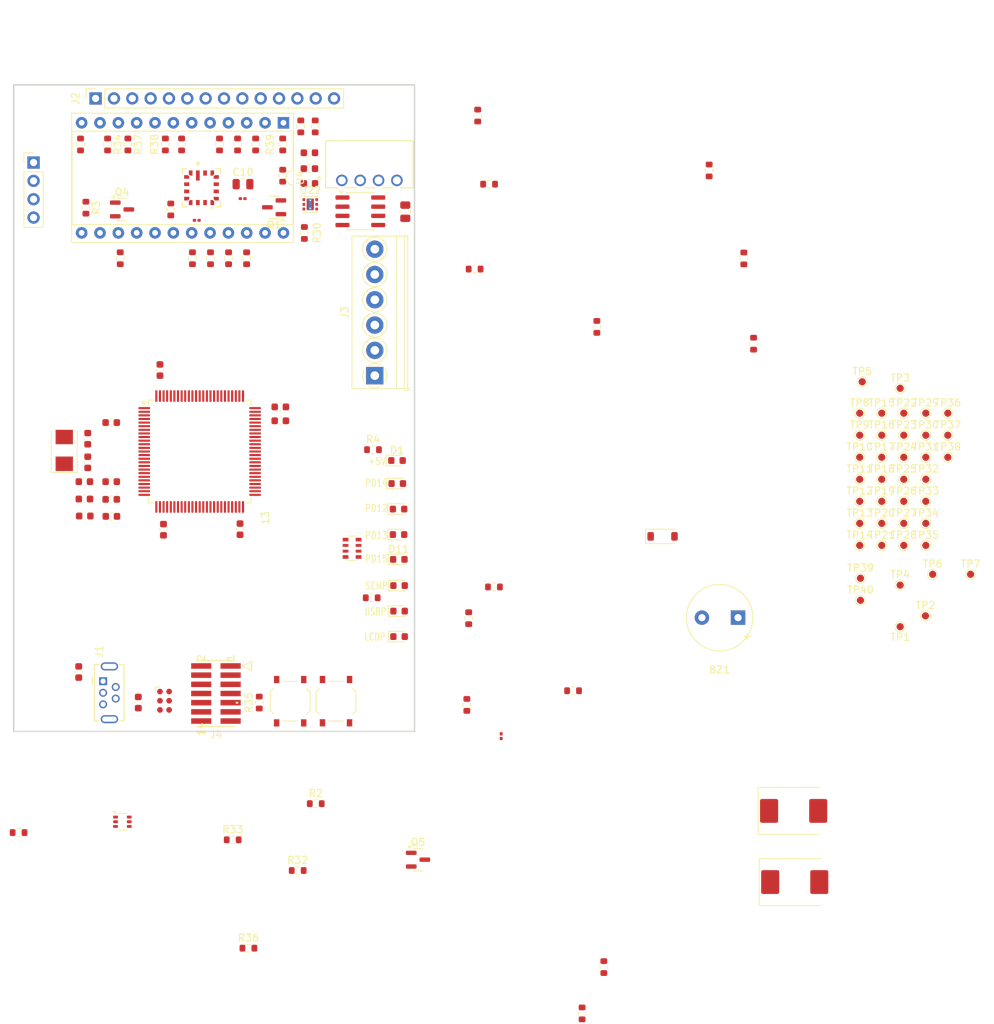
<source format=kicad_pcb>
(kicad_pcb (version 20240108) (generator "pcbnew") (generator_version "8.0")
  (title_block (date "2024-05-30") (rev "1.00"))
  (layers (0 "F.Cu" signal) (1 "In1.Cu" power) (2 "In2.Cu" power) (31 "B.Cu" signal) (34 "B.Paste" user) (35 "F.Paste" user) (36 "B.SilkS" user "B.Silkscreen") (37 "F.SilkS" user "F.Silkscreen") (38 "B.Mask" user) (39 "F.Mask" user) (44 "Edge.Cuts" user))
  (net 0 "")
  (net 1 "GND")
  (net 2 "/MCU/PA10")
  (net 3 "Net-(D4-K)")
  (net 4 "Net-(D5-K)")
  (net 5 "Net-(D10-K)")
  (net 6 "Net-(D6-K)")
  (net 7 "Net-(D8-K)")
  (net 8 "Net-(D10-A)")
  (net 9 "Net-(U3-VCAP_2)")
  (net 10 "/CAN1_RX")
  (net 11 "/MCU/BOOT0")
  (net 12 "Net-(U3-VCAP_1)")
  (net 13 "/MCU/BOOT1")
  (net 19 "Net-(D1-K)")
  (net 20 "/CAN_L")
  (net 21 "/CAN_H")
  (net 23 "/MCU/PB10")
  (net 24 "/GND_ISO")
  (net 25 "Net-(D1-A)")
  (net 26 "/VBATT")
  (net 27 "/+5V_ISO")
  (net 28 "/CAN1_TX")
  (net 29 "/MCU/NRST")
  (net 30 "/MCU/Shield")
  (net 31 "/MCU/RCC_OSC_IN")
  (net 32 "/MCU/RCC_OSC_OUT")
  (net 33 "Net-(U3-VDDA)")
  (net 34 "/MCU/USB_OTG_FS_DM")
  (net 36 "/MCU/USB_OTG_FS_DP")
  (net 37 "/SPI4_SDO")
  (net 39 "/MCU/PD12")
  (net 40 "/MCU/PD13")
  (net 41 "/MCU/PD14")
  (net 42 "/MCU/PD15")
  (net 45 "Net-(D9-K)")
  (net 51 "/SPI4_IRQ")
  (net 54 "/SPI4_SDI")
  (net 55 "/SPI3_SCK")
  (net 56 "/SPI4_CS")
  (net 57 "/MCU/SYS_JTDO-SWO")
  (net 58 "/MCU/SYS_JTMS-SWDIO")
  (net 59 "/LCD_DC")
  (net 60 "Net-(D11-K)")
  (net 61 "/MCU/SYS_JTCK-SWCLK")
  (net 62 "/MCU/USART2_RX")
  (net 64 "/MCU/USART2_TX")
  (net 65 "/MCU/SYS_JTDI")
  (net 66 "/MCU/PB9")
  (net 67 "Net-(Q1-D)")
  (net 68 "/MCU/PB11")
  (net 69 "/MCU/USART1_RX")
  (net 70 "/MCU/PB8")
  (net 71 "/MCU/PB12")
  (net 72 "/MCU/USART1_TX")
  (net 73 "/MCU/USB_OTG_FS_VBUS")
  (net 74 "Net-(U3-PB13)")
  (net 75 "/SPI2_SCK")
  (net 76 "/SPI2_SDO")
  (net 77 "Net-(U3-PC2)")
  (net 78 "/SPI4_SCK")
  (net 79 "Net-(U3-PE2)")
  (net 80 "Net-(U3-PE3)")
  (net 81 "/SPI3_CS")
  (net 82 "Net-(U3-PE5)")
  (net 83 "Net-(U3-PE6)")
  (net 84 "Net-(U3-PA5)")
  (net 85 "/SPI1_SCK")
  (net 86 "Net-(U3-PA6)")
  (net 87 "/SPI1_SDI")
  (net 88 "/SPI1_SDO")
  (net 89 "Net-(U3-PA7)")
  (net 90 "/SPI2_SDI")
  (net 91 "Net-(U3-PC3)")
  (net 92 "Net-(U3-PC10)")
  (net 93 "Net-(U3-PC11)")
  (net 94 "/SPI3_SDI")
  (net 95 "Net-(U3-PC12)")
  (net 96 "/SPI3_SDO")
  (net 97 "/MCU/PA4")
  (net 98 "/MCU/PC15")
  (net 99 "/LCD_LED")
  (net 100 "/MCU/PB4")
  (net 101 "/MCU/PC9")
  (net 102 "/MCU/PD6")
  (net 103 "/LCD_RESET")
  (net 104 "/SENSOR_ON")
  (net 105 "/LCD_ON")
  (net 106 "/SPI1_CS2")
  (net 107 "/MCU/PE9")
  (net 108 "/SPI2_CS")
  (net 109 "/MCU/PE1")
  (net 110 "/MCU/PC13")
  (net 111 "/MCU/PA8")
  (net 112 "/MCU/PC6")
  (net 113 "/MCU/PE7")
  (net 114 "/MCU/PA1")
  (net 115 "/SPI2_IRQ")
  (net 116 "/SPI2_IRQ2")
  (net 117 "/MCU/PE10")
  (net 118 "/MCU/PE0")
  (net 119 "/MCU/PE12")
  (net 120 "/MCU/PD8")
  (net 121 "/MCU/PC7")
  (net 122 "/MCU/PD7")
  (net 123 "/MCU/PC8")
  (net 124 "/MCU/PC14")
  (net 125 "/MCU/PD9")
  (net 126 "/MCU/PC0")
  (net 127 "/SPI1_IRQ2")
  (net 128 "/MCU/PD10")
  (net 129 "/SPI1_IRQ")
  (net 130 "/MCU/PE11")
  (net 131 "/SPI1_CS")
  (net 132 "Net-(U3-PC1)")
  (net 133 "/MCU/PA0")
  (net 134 "/MCU/PD11")
  (net 135 "/MCU/PB5")
  (net 136 "/MCU/PE8")
  (net 137 "Net-(J2-GND)")
  (net 138 "Net-(J4-GNDDetect)")
  (net 139 "Net-(Q1-G)")
  (net 140 "/MCU/BEEPER")
  (net 141 "Net-(BZ1--)")
  (net 142 "+5V")
  (net 143 "+3.3V")
  (net 144 "Net-(Q5-G)")
  (net 145 "Net-(Q4-G)")
  (footprint "Capacitor_SMD:C_0603_1608Metric" (layer "F.Cu") (at 109 181.275 -90)
    (property "Reference" "C37" (hide yes))
    (property "Value" "100nF")
    (pad "1" smd roundrect (at -0.775 0 270) (size 0.9 0.95) (layers "F.Cu" "F.Paste" "F.Mask") (net 30 "/MCU/Shield"))
    (pad "2" smd roundrect (at 0.775 0 270) (size 0.9 0.95) (layers "F.Cu" "F.Paste" "F.Mask") (net 1 "GND"))
  )
  (footprint "Diode_SMD:D_SOD-123" (layer "F.Cu") (at 189.85 162.5)
    (property "Reference" "D17" (hide yes))
    (property "Value" "B5819W")
    (pad "1" smd roundrect (at -1.65 0) (size 0.9 1.2) (layers "F.Cu" "F.Paste" "F.Mask") (net 142 "+5V"))
    (pad "2" smd roundrect (at 1.65 0) (size 0.9 1.2) (layers "F.Cu" "F.Paste" "F.Mask") (net 8 "Net-(D10-A)"))
  )
  (footprint "Package_TO_SOT_SMD:SOT-363_SC-70-6" (layer "F.Cu") (at 115.05 202)
    (property "Reference" "D16" (hide yes))
    (property "Value" "SRV05-4")
    (pad "1" smd roundrect (at -0.95 -0.65) (size 0.65 0.4) (layers "F.Cu" "F.Paste" "F.Mask") (net 2 "/MCU/PA10"))
    (pad "2" smd roundrect (at -0.95 0) (size 0.65 0.4) (layers "F.Cu" "F.Paste" "F.Mask") (net 1 "GND"))
    (pad "3" smd roundrect (at -0.95 0.65) (size 0.65 0.4) (layers "F.Cu" "F.Paste" "F.Mask") (net 36 "/MCU/USB_OTG_FS_DP"))
    (pad "4" smd roundrect (at 0.95 0.65) (size 0.65 0.4) (layers "F.Cu" "F.Paste" "F.Mask") (net 8 "Net-(D10-A)"))
    (pad "5" smd roundrect (at 0.95 0) (size 0.65 0.4) (layers "F.Cu" "F.Paste" "F.Mask") (net 142 "+5V"))
    (pad "6" smd roundrect (at 0.95 -0.65) (size 0.65 0.4) (layers "F.Cu" "F.Paste" "F.Mask") (net 34 "/MCU/USB_OTG_FS_DM"))
  )
  (footprint "Resistor_SMD:R_0603_1608Metric" (layer "F.Cu") (at 165.825 113.75)
    (property "Reference" "R47" (hide yes))
    (property "Value" "100K")
    (pad "1" smd roundrect (at -0.825 0) (size 0.8 0.95) (layers "F.Cu" "F.Paste" "F.Mask") (net 30 "/MCU/Shield"))
    (pad "2" smd roundrect (at 0.825 0) (size 0.8 0.95) (layers "F.Cu" "F.Paste" "F.Mask") (net 1 "GND"))
  )
  (footprint "Resistor_SMD:R_0603_1608Metric" (layer "F.Cu") (at 149.575 171)
    (property "Reference" "R48" (hide yes))
    (property "Value" "1K")
    (pad "1" smd roundrect (at -0.825 0) (size 0.8 0.95) (layers "F.Cu" "F.Paste" "F.Mask") (net 1 "GND"))
    (pad "2" smd roundrect (at 0.825 0) (size 0.8 0.95) (layers "F.Cu" "F.Paste" "F.Mask") (net 5 "Net-(D10-K)"))
  )
  (footprint "Capacitor_SMD:C_0603_1608Metric" (layer "F.Cu") (at 113.525 159.728615)
    (property "Reference" "C27" (hide yes))
    (property "Value" "1uF")
    (pad "1" smd roundrect (at -0.775 0) (size 0.9 0.95) (layers "F.Cu" "F.Paste" "F.Mask") (net 1 "GND"))
    (pad "2" smd roundrect (at 0.775 0) (size 0.9 0.95) (layers "F.Cu" "F.Paste" "F.Mask") (net 33 "Net-(U3-VDDA)"))
  )
  (footprint "Capacitor_SMD:C_0603_1608Metric" (layer "F.Cu") (at 136.914214 144.578615 180)
    (property "Reference" "C32" (hide yes))
    (property "Value" "100nF")
    (pad "1" smd roundrect (at -0.775 0 180) (size 0.9 0.95) (layers "F.Cu" "F.Paste" "F.Mask") (net 1 "GND"))
    (pad "2" smd roundrect (at 0.775 0 180) (size 0.9 0.95) (layers "F.Cu" "F.Paste" "F.Mask") (net 143 "+3.3V"))
  )
  (footprint "Capacitor_SMD:C_0603_1608Metric" (layer "F.Cu") (at 113.5 154.928615)
    (property "Reference" "C33" (hide yes))
    (property "Value" "100nF")
    (pad "1" smd roundrect (at -0.775 0) (size 0.9 0.95) (layers "F.Cu" "F.Paste" "F.Mask") (net 1 "GND"))
    (pad "2" smd roundrect (at 0.775 0) (size 0.9 0.95) (layers "F.Cu" "F.Paste" "F.Mask") (net 143 "+3.3V"))
  )
  (footprint "Capacitor_SMD:C_0603_1608Metric" (layer "F.Cu") (at 113.5 146.75)
    (property "Reference" "C34" (hide yes))
    (property "Value" "100nF")
    (pad "1" smd roundrect (at -0.775 0) (size 0.9 0.95) (layers "F.Cu" "F.Paste" "F.Mask") (net 1 "GND"))
    (pad "2" smd roundrect (at 0.775 0) (size 0.9 0.95) (layers "F.Cu" "F.Paste" "F.Mask") (net 143 "+3.3V"))
  )
  (footprint "Resistor_SMD:R_0603_1608Metric" (layer "F.Cu") (at 163.825 125.5)
    (property "Reference" "R45" (hide yes))
    (property "Value" "10K")
    (pad "1" smd roundrect (at -0.825 0) (size 0.8 0.95) (layers "F.Cu" "F.Paste" "F.Mask") (net 1 "GND"))
    (pad "2" smd roundrect (at 0.825 0) (size 0.8 0.95) (layers "F.Cu" "F.Paste" "F.Mask") (net 11 "/MCU/BOOT0"))
  )
  (footprint "Capacitor_SMD:C_0603_1608Metric" (layer "F.Cu") (at 120.25 139.475 90)
    (property "Reference" "C31" (hide yes))
    (property "Value" "100nF")
    (pad "1" smd roundrect (at -0.775 0 90) (size 0.9 0.95) (layers "F.Cu" "F.Paste" "F.Mask") (net 1 "GND"))
    (pad "2" smd roundrect (at 0.775 0 90) (size 0.9 0.95) (layers "F.Cu" "F.Paste" "F.Mask") (net 143 "+3.3V"))
  )
  (footprint "dnt:USB-MINI-B-VERTICAL" (layer "F.Cu") (at 113.25 184.15 -90)
    (property "Reference" "J1" (at -5.7 1.375 90) (layer "F.SilkS"))
    (property "Value" "USB_B_Mini")
    (pad "1" thru_hole rect (at -1.6 0.875 270) (size 1.1 1.1) (drill 0.7) (layers "*.Cu" "*.Mask") (net 8 "Net-(D10-A)"))
    (pad "2" thru_hole circle (at -0.8 -0.875 270) (size 1.1 1.1) (drill 0.7) (layers "*.Cu" "*.Mask") (net 34 "/MCU/USB_OTG_FS_DM"))
    (pad "3" thru_hole circle (at 0 0.875 270) (size 1.1 1.1) (drill 0.7) (layers "*.Cu" "*.Mask") (net 36 "/MCU/USB_OTG_FS_DP"))
    (pad "4" thru_hole circle (at 0.8 -0.875 270) (size 1.1 1.1) (drill 0.7) (layers "*.Cu" "*.Mask") (net 2 "/MCU/PA10"))
    (pad "5" thru_hole circle (at 1.6 0.875 270) (size 1.1 1.1) (drill 0.7) (layers "*.Cu" "*.Mask") (net 1 "GND"))
    (pad "6" thru_hole oval (at -3.65 0 270) (size 1.1 2.4) (drill oval 0.7 2) (layers "*.Cu" "*.Mask") (net 30 "/MCU/Shield"))
    (pad "6" thru_hole oval (at 3.65 0 270) (size 1.1 2.4) (drill oval 0.7 2) (layers "*.Cu" "*.Mask") (net 30 "/MCU/Shield"))
  )
  (footprint "Crystal:Crystal_SMD_5032-2Pin_5.0x3.2mm" (layer "F.Cu") (at 107 150.6 90)
    (property "Reference" "X1" (hide yes))
    (property "Value" "8MHz 20pF")
    (pad "1" smd rect (at -1.85 0 90) (size 2 2.4) (layers "F.Cu" "F.Paste" "F.Mask") (net 32 "/MCU/RCC_OSC_OUT"))
    (pad "2" smd rect (at 1.85 0 90) (size 2 2.4) (layers "F.Cu" "F.Paste" "F.Mask") (net 31 "/MCU/RCC_OSC_IN"))
  )
  (footprint "Resistor_SMD:R_0603_1608Metric" (layer "F.Cu") (at 163 173.825 90)
    (property "Reference" "R43" (hide yes))
    (property "Value" "10K")
    (pad "1" smd roundrect (at -0.825 0 90) (size 0.8 0.95) (layers "F.Cu" "F.Paste" "F.Mask") (net 143 "+3.3V"))
    (pad "2" smd roundrect (at 0.825 0 90) (size 0.8 0.95) (layers "F.Cu" "F.Paste" "F.Mask") (net 29 "/MCU/NRST"))
  )
  (footprint "Capacitor_SMD:C_0603_1608Metric" (layer "F.Cu") (at 109.789214 154.928615)
    (property "Reference" "C24" (hide yes))
    (property "Value" "100nF")
    (pad "1" smd roundrect (at -0.775 0) (size 0.9 0.95) (layers "F.Cu" "F.Paste" "F.Mask") (net 1 "GND"))
    (pad "2" smd roundrect (at 0.775 0) (size 0.9 0.95) (layers "F.Cu" "F.Paste" "F.Mask") (net 33 "Net-(U3-VDDA)"))
  )
  (footprint "Capacitor_SMD:C_0603_1608Metric" (layer "F.Cu") (at 117.25 185.5 90)
    (property "Reference" "C20" (hide yes))
    (property "Value" "10nF")
    (pad "1" smd roundrect (at -0.775 0 90) (size 0.9 0.95) (layers "F.Cu" "F.Paste" "F.Mask") (net 1 "GND"))
    (pad "2" smd roundrect (at 0.775 0 90) (size 0.9 0.95) (layers "F.Cu" "F.Paste" "F.Mask") (net 29 "/MCU/NRST"))
  )
  (footprint "Button_Switch_SMD:SW_Push_1P1T_XKB_TS-1187A" (layer "F.Cu") (at 138.285 185.32 90)
    (property "Reference" "SW1" (hide yes))
    (property "Value" "SW_Push")
    (pad "1" smd rect (at -3 -1.875 90) (size 1 0.75) (layers "F.Cu" "F.Paste" "F.Mask") (net 143 "+3.3V"))
    (pad "1" smd rect (at 3 -1.875 90) (size 1 0.75) (layers "F.Cu" "F.Paste" "F.Mask") (net 143 "+3.3V"))
    (pad "2" smd rect (at -3 1.875 90) (size 1 0.75) (layers "F.Cu" "F.Paste" "F.Mask") (net 11 "/MCU/BOOT0"))
    (pad "2" smd rect (at 3 1.875 90) (size 1 0.75) (layers "F.Cu" "F.Paste" "F.Mask") (net 11 "/MCU/BOOT0"))
  )
  (footprint "Capacitor_SMD:C_0603_1608Metric" (layer "F.Cu") (at 120.739214 161.578615 90)
    (property "Reference" "C30" (hide yes))
    (property "Value" "100nF")
    (pad "1" smd roundrect (at -0.775 0 90) (size 0.9 0.95) (layers "F.Cu" "F.Paste" "F.Mask") (net 1 "GND"))
    (pad "2" smd roundrect (at 0.775 0 90) (size 0.9 0.95) (layers "F.Cu" "F.Paste" "F.Mask") (net 143 "+3.3V"))
  )
  (footprint "Connector:Tag-Connect_TC2030-IDC-NL_2x03_P1.27mm_Vertical" (layer "F.Cu") (at 120.885 185.25 -90)
    (property "Reference" "J7" (hide yes))
    (property "Value" "TC2030 - TAG Connect")
    (pad "" np_thru_hole circle (at -2.54 0 270) (size 0.9906 0.9906) (drill 0.9906) (layers "*.Cu" "*.Mask"))
    (pad "" np_thru_hole circle (at 2.54 -1.016 270) (size 0.9906 0.9906) (drill 0.9906) (layers "*.Cu" "*.Mask"))
    (pad "" np_thru_hole circle (at 2.54 1.016 270) (size 0.9906 0.9906) (drill 0.9906) (layers "*.Cu" "*.Mask"))
    (pad "1" connect circle (at -1.27 0.635 270) (size 0.7874 0.7874) (layers "F.Cu" "F.Mask") (net 143 "+3.3V"))
    (pad "2" connect circle (at -1.27 -0.635 270) (size 0.7874 0.7874) (layers "F.Cu" "F.Mask") (net 58 "/MCU/SYS_JTMS-SWDIO"))
    (pad "3" connect circle (at 0 0.635 270) (size 0.7874 0.7874) (layers "F.Cu" "F.Mask") (net 29 "/MCU/NRST"))
    (pad "4" connect circle (at 0 -0.635 270) (size 0.7874 0.7874) (layers "F.Cu" "F.Mask") (net 61 "/MCU/SYS_JTCK-SWCLK"))
    (pad "5" connect circle (at 1.27 0.635 270) (size 0.7874 0.7874) (layers "F.Cu" "F.Mask") (net 1 "GND"))
    (pad "6" connect circle (at 1.27 -0.635 270) (size 0.7874 0.7874) (layers "F.Cu" "F.Mask") (net 57 "/MCU/SYS_JTDO-SWO"))
  )
  (footprint "Capacitor_SMD:C_0603_1608Metric" (layer "F.Cu") (at 109.839214 159.678615)
    (property "Reference" "C29" (hide yes))
    (property "Value" "10nF")
    (pad "1" smd roundrect (at -0.775 0) (size 0.9 0.95) (layers "F.Cu" "F.Paste" "F.Mask") (net 1 "GND"))
    (pad "2" smd roundrect (at 0.775 0) (size 0.9 0.95) (layers "F.Cu" "F.Paste" "F.Mask") (net 33 "Net-(U3-VDDA)"))
  )
  (footprint "dnt:B0505S-1WR2_MNS" (layer "F.Cu") (at 145.44 113.225)
    (property "Reference" "U1" (hide yes))
    (property "Value" "B0505S-1WR2")
    (fp_text user "*" (at -3.1369 0 0) (layer "F.SilkS"))
    (fp_text user "*" (at -3.1369 0 0) (layer "F.SilkS"))
    (pad "1" thru_hole circle (at 0 0) (size 1.6002 1.6002) (drill 1.0922) (layers "*.Cu" "*.Mask") (net 1 "GND"))
    (pad "2" thru_hole circle (at 2.54 0) (size 1.6002 1.6002) (drill 1.0922) (layers "*.Cu" "*.Mask") (net 142 "+5V"))
    (pad "3" thru_hole circle (at 5.08 0) (size 1.6002 1.6002) (drill 1.0922) (layers "*.Cu" "*.Mask") (net 24 "/GND_ISO"))
    (pad "4" thru_hole circle (at 7.62 0) (size 1.6002 1.6002) (drill 1.0922) (layers "*.Cu" "*.Mask") (net 27 "/+5V_ISO"))
  )
  (footprint "Capacitor_SMD:C_0603_1608Metric" (layer "F.Cu") (at 113.5 157.378615)
    (property "Reference" "C23" (hide yes))
    (property "Value" "1uF")
    (pad "1" smd roundrect (at -0.775 0) (size 0.9 0.95) (layers "F.Cu" "F.Paste" "F.Mask") (net 1 "GND"))
    (pad "2" smd roundrect (at 0.775 0) (size 0.9 0.95) (layers "F.Cu" "F.Paste" "F.Mask") (net 33 "Net-(U3-VDDA)"))
  )
  (footprint "Resistor_SMD:R_0201_0603Metric" (layer "F.Cu") (at 167.5 190.155 -90)
    (property "Reference" "FB1" (hide yes))
    (property "Value" "FILTER")
    (pad "1" smd roundrect (at -0.32 0 270) (size 0.46 0.4) (layers "F.Cu" "F.Mask") (net 143 "+3.3V"))
    (pad "2" smd roundrect (at 0.32 0 270) (size 0.46 0.4) (layers "F.Cu" "F.Mask") (net 33 "Net-(U3-VDDA)"))
  )
  (footprint "Resistor_SMD:R_0603_1608Metric" (layer "F.Cu") (at 202.45 135.825 90)
    (property "Reference" "R13" (hide yes))
    (property "Value" "R100")
    (pad "1" smd roundrect (at -0.825 0 90) (size 0.8 0.95) (layers "F.Cu" "F.Paste" "F.Mask") (net 104 "/SENSOR_ON"))
    (pad "2" smd roundrect (at 0.825 0 90) (size 0.8 0.95) (layers "F.Cu" "F.Paste" "F.Mask") (net 139 "Net-(Q1-G)"))
  )
  (footprint "Capacitor_SMD:C_0603_1608Metric" (layer "F.Cu") (at 140.95 109.4 180)
    (property "Reference" "C5" (hide yes))
    (property "Value" "1uF")
    (pad "1" smd roundrect (at -0.775 0 180) (size 0.9 0.95) (layers "F.Cu" "F.Paste" "F.Mask") (net 1 "GND"))
    (pad "2" smd roundrect (at 0.775 0 180) (size 0.9 0.95) (layers "F.Cu" "F.Paste" "F.Mask") (net 143 "+3.3V"))
  )
  (footprint "TestPoint:TestPoint_Pad_D1.0mm" (layer "F.Cu") (at 222.75 169.25)
    (property "Reference" "TP4" (at 0 -1.448 0) (layer "F.SilkS"))
    (property "Value" "IIS3DHHCTR_SDI")
    (pad "1" smd circle (at 0 0) (size 1 1) (layers "F.Cu" "F.Mask") (net 76 "/SPI2_SDO"))
  )
  (footprint "TestPoint:TestPoint_Pad_D1.0mm" (layer "F.Cu") (at 217.15 154.6)
    (property "Reference" "TP11" (at 0 -1.448 0) (layer "F.SilkS"))
    (property "Value" "PC9")
    (pad "1" smd circle (at 0 0) (size 1 1) (layers "F.Cu" "F.Mask") (net 101 "/MCU/PC9"))
  )
  (footprint "Capacitor_SMD:C_0603_1608Metric" (layer "F.Cu") (at 140.95 113.65)
    (property "Reference" "C6" (hide yes))
    (property "Value" "100nF")
    (pad "1" smd roundrect (at -0.775 0) (size 0.9 0.95) (layers "F.Cu" "F.Paste" "F.Mask") (net 143 "+3.3V"))
    (pad "2" smd roundrect (at 0.775 0) (size 0.9 0.95) (layers "F.Cu" "F.Paste" "F.Mask") (net 1 "GND"))
  )
  (footprint "TestPoint:TestPoint_Pad_D1.0mm" (layer "F.Cu") (at 226.3 154.6)
    (property "Reference" "TP32" (at 0 -1.448 0) (layer "F.SilkS"))
    (property "Value" "PE7")
    (pad "1" smd circle (at 0 0) (size 1 1) (layers "F.Cu" "F.Mask") (net 113 "/MCU/PE7"))
  )
  (footprint "Resistor_SMD:R_0603_1608Metric" (layer "F.Cu") (at 127.25 124 90)
    (property "Reference" "R23" (hide yes))
    (property "Value" "22R")
    (pad "1" smd roundrect (at -0.825 0 90) (size 0.8 0.95) (layers "F.Cu" "F.Paste" "F.Mask") (net 84 "Net-(U3-PA5)"))
    (pad "2" smd roundrect (at 0.825 0 90) (size 0.8 0.95) (layers "F.Cu" "F.Paste" "F.Mask") (net 85 "/SPI1_SCK"))
  )
  (footprint "TestPoint:TestPoint_Pad_D1.0mm" (layer "F.Cu") (at 222.75 142)
    (property "Reference" "TP3" (at 0 -1.448 0) (layer "F.SilkS"))
    (property "Value" "IIS3DHHCTR_SDI")
    (pad "1" smd circle (at 0 0) (size 1 1) (layers "F.Cu" "F.Mask") (net 90 "/SPI2_SDI"))
  )
  (footprint "TestPoint:TestPoint_Pad_D1.0mm" (layer "F.Cu") (at 220.2 160.7)
    (property "Reference" "TP20" (at 0 -1.448 0) (layer "F.SilkS"))
    (property "Value" "PB4")
    (pad "1" smd circle (at 0 0) (size 1 1) (layers "F.Cu" "F.Mask") (net 100 "/MCU/PB4"))
  )
  (footprint "TestPoint:TestPoint_Pad_D1.0mm" (layer "F.Cu") (at 229.35 148.5)
    (property "Reference" "TP37" (at 0 -1.448 0) (layer "F.SilkS"))
    (property "Value" "PE11")
    (pad "1" smd circle (at 0 0) (size 1 1) (layers "F.Cu" "F.Mask") (net 130 "/MCU/PE11"))
  )
  (footprint "TestPoint:TestPoint_Pad_D1.0mm" (layer "F.Cu") (at 220.2 163.75)
    (property "Reference" "TP21" (at 0 -1.448 0) (layer "F.SilkS"))
    (property "Value" "PB5")
    (pad "1" smd circle (at 0 0) (size 1 1) (layers "F.Cu" "F.Mask") (net 135 "/MCU/PB5"))
  )
  (footprint "TestPoint:TestPoint_Pad_D1.0mm" (layer "F.Cu") (at 223.25 145.45)
    (property "Reference" "TP22" (at 0 -1.448 0) (layer "F.SilkS"))
    (property "Value" "PB8")
    (pad "1" smd circle (at 0 0) (size 1 1) (layers "F.Cu" "F.Mask") (net 70 "/MCU/PB8"))
  )
  (footprint "TestPoint:TestPoint_Pad_D1.0mm" (layer "F.Cu") (at 222.75 175 180)
    (property "Reference" "TP1" (at 0 -1.448 180) (layer "F.SilkS"))
    (property "Value" "5V")
    (pad "1" smd circle (at 0 0 180) (size 1 1) (layers "F.Cu" "F.Mask") (net 142 "+5V"))
  )
  (footprint "Package_TO_SOT_SMD:SOT-23" (layer "F.Cu") (at 155.9875 207.25)
    (property "Reference" "Q5" (at 0 -2.4 0) (layer "F.SilkS"))
    (property "Value" "SI2301CDS-T1-GE3")
    (pad "1" smd roundrect (at -0.9375 -0.95) (size 1.475 0.6) (layers "F.Cu" "F.Paste" "F.Mask") (net 144 "Net-(Q5-G)"))
    (pad "2" smd roundrect (at -0.9375 0.95) (size 1.475 0.6) (layers "F.Cu" "F.Paste" "F.Mask") (net 141 "Net-(BZ1--)"))
    (pad "3" smd roundrect (at 0.9375 0) (size 1.475 0.6) (layers "F.Cu" "F.Paste" "F.Mask") (net 1 "GND"))
  )
  (footprint "Capacitor_SMD:C_0603_1608Metric" (layer "F.Cu") (at 136.914214 146.5)
    (property "Reference" "C1" (hide yes))
    (property "Value" "2.2uF")
    (pad "1" smd roundrect (at -0.775 0) (size 0.9 0.95) (layers "F.Cu" "F.Paste" "F.Mask") (net 9 "Net-(U3-VCAP_2)"))
    (pad "2" smd roundrect (at 0.775 0) (size 0.9 0.95) (layers "F.Cu" "F.Paste" "F.Mask") (net 1 "GND"))
  )
  (footprint "Package_SO:SOIC-8_3.9x4.9mm_P1.27mm" (layer "F.Cu") (at 148 117.5)
    (property "Reference" "U2" (hide yes))
    (property "Value" "ISO1042-Q1")
    (pad "1" smd roundrect (at -2.475 -1.905) (size 1.95 0.6) (layers "F.Cu" "F.Paste" "F.Mask") (net 143 "+3.3V"))
    (pad "2" smd roundrect (at -2.475 -0.635) (size 1.95 0.6) (layers "F.Cu" "F.Paste" "F.Mask") (net 28 "/CAN1_TX"))
    (pad "3" smd roundrect (at -2.475 0.635) (size 1.95 0.6) (layers "F.Cu" "F.Paste" "F.Mask") (net 10 "/CAN1_RX"))
    (pad "4" smd roundrect (at -2.475 1.905) (size 1.95 0.6) (layers "F.Cu" "F.Paste" "F.Mask") (net 1 "GND"))
    (pad "5" smd roundrect (at 2.475 1.905) (size 1.95 0.6) (layers "F.Cu" "F.Paste" "F.Mask") (net 24 "/GND_ISO"))
    (pad "6" smd roundrect (at 2.475 0.635) (size 1.95 0.6) (layers "F.Cu" "F.Paste" "F.Mask") (net 20 "/CAN_L"))
    (pad "7" smd roundrect (at 2.475 -0.635) (size 1.95 0.6) (layers "F.Cu" "F.Paste" "F.Mask") (net 21 "/CAN_H"))
    (pad "8" smd roundrect (at 2.475 -1.905) (size 1.95 0.6) (layers "F.Cu" "F.Paste" "F.Mask") (net 27 "/+5V_ISO"))
  )
  (footprint "Package_QFP:LQFP-100_14x14mm_P0.5mm" (layer "F.Cu") (at 125.75 150.75)
    (property "Reference" "U3" (hide yes))
    (property "Value" "STM32F427V_G-I_Tx")
    (pad "1" smd roundrect (at -7.675 -6) (size 1.6 0.3) (layers "F.Cu" "F.Paste" "F.Mask") (net 79 "Net-(U3-PE2)"))
    (pad "2" smd roundrect (at -7.675 -5.5) (size 1.6 0.3) (layers "F.Cu" "F.Paste" "F.Mask") (net 80 "Net-(U3-PE3)"))
    (pad "3" smd roundrect (at -7.675 -5) (size 1.6 0.3) (layers "F.Cu" "F.Paste" "F.Mask") (net 51 "/SPI4_IRQ"))
    (pad "4" smd roundrect (at -7.675 -4.5) (size 1.6 0.3) (layers "F.Cu" "F.Paste" "F.Mask") (net 82 "Net-(U3-PE5)"))
    (pad "5" smd roundrect (at -7.675 -4) (size 1.6 0.3) (layers "F.Cu" "F.Paste" "F.Mask") (net 83 "Net-(U3-PE6)"))
    (pad "6" smd roundrect (at -7.675 -3.5) (size 1.6 0.3) (layers "F.Cu" "F.Paste" "F.Mask") (net 143 "+3.3V"))
    (pad "7" smd roundrect (at -7.675 -3) (size 1.6 0.3) (layers "F.Cu" "F.Paste" "F.Mask") (net 110 "/MCU/PC13"))
    (pad "8" smd roundrect (at -7.675 -2.5) (size 1.6 0.3) (layers "F.Cu" "F.Paste" "F.Mask") (net 124 "/MCU/PC14"))
    (pad "9" smd roundrect (at -7.675 -2) (size 1.6 0.3) (layers "F.Cu" "F.Paste" "F.Mask") (net 98 "/MCU/PC15"))
    (pad "10" smd roundrect (at -7.675 -1.5) (size 1.6 0.3) (layers "F.Cu" "F.Paste" "F.Mask") (net 1 "GND"))
    (pad "11" smd roundrect (at -7.675 -1) (size 1.6 0.3) (layers "F.Cu" "F.Paste" "F.Mask") (net 143 "+3.3V"))
    (pad "12" smd roundrect (at -7.675 -0.5) (size 1.6 0.3) (layers "F.Cu" "F.Paste" "F.Mask") (net 31 "/MCU/RCC_OSC_IN"))
    (pad "13" smd roundrect (at -7.675 0) (size 1.6 0.3) (layers "F.Cu" "F.Paste" "F.Mask") (net 32 "/MCU/RCC_OSC_OUT"))
    (pad "14" smd roundrect (at -7.675 0.5) (size 1.6 0.3) (layers "F.Cu" "F.Paste" "F.Mask") (net 29 "/MCU/NRST"))
    (pad "15" smd roundrect (at -7.675 1) (size 1.6 0.3) (layers "F.Cu" "F.Paste" "F.Mask") (net 126 "/MCU/PC0"))
    (pad "16" smd roundrect (at -7.675 1.5) (size 1.6 0.3) (layers "F.Cu" "F.Paste" "F.Mask") (net 132 "Net-(U3-PC1)"))
    (pad "17" smd roundrect (at -7.675 2) (size 1.6 0.3) (layers "F.Cu" "F.Paste" "F.Mask") (net 77 "Net-(U3-PC2)"))
    (pad "18" smd roundrect (at -7.675 2.5) (size 1.6 0.3) (layers "F.Cu" "F.Paste" "F.Mask") (net 91 "Net-(U3-PC3)"))
    (pad "19" smd roundrect (at -7.675 3) (size 1.6 0.3) (layers "F.Cu" "F.Paste" "F.Mask") (net 143 "+3.3V"))
    (pad "20" smd roundrect (at -7.675 3.5) (size 1.6 0.3) (layers "F.Cu" "F.Paste" "F.Mask") (net 1 "GND"))
    (pad "21" smd roundrect (at -7.675 4) (size 1.6 0.3) (layers "F.Cu" "F.Paste" "F.Mask") (net 33 "Net-(U3-VDDA)"))
    (pad "22" smd roundrect (at -7.675 4.5) (size 1.6 0.3) (layers "F.Cu" "F.Paste" "F.Mask") (net 33 "Net-(U3-VDDA)"))
    (pad "23" smd roundrect (at -7.675 5) (size 1.6 0.3) (layers "F.Cu" "F.Paste" "F.Mask") (net 133 "/MCU/PA0"))
    (pad "24" smd roundrect (at -7.675 5.5) (size 1.6 0.3) (layers "F.Cu" "F.Paste" "F.Mask") (net 114 "/MCU/PA1"))
    (pad "25" smd roundrect (at -7.675 6) (size 1.6 0.3) (layers "F.Cu" "F.Paste" "F.Mask") (net 64 "/MCU/USART2_TX"))
    (pad "26" smd roundrect (at -6 7.675) (size 0.3 1.6) (layers "F.Cu" "F.Paste" "F.Mask") (net 62 "/MCU/USART2_RX"))
    (pad "27" smd roundrect (at -5.5 7.675) (size 0.3 1.6) (layers "F.Cu" "F.Paste" "F.Mask") (net 1 "GND"))
    (pad "28" smd roundrect (at -5 7.675) (size 0.3 1.6) (layers "F.Cu" "F.Paste" "F.Mask") (net 143 "+3.3V"))
    (pad "29" smd roundrect (at -4.5 7.675) (size 0.3 1.6) (layers "F.Cu" "F.Paste" "F.Mask") (net 97 "/MCU/PA4"))
    (pad "30" smd roundrect (at -4 7.675) (size 0.3 1.6) (layers "F.Cu" "F.Paste" "F.Mask") (net 84 "Net-(U3-PA5)"))
    (pad "31" smd roundrect (at -3.5 7.675) (size 0.3 1.6) (layers "F.Cu" "F.Paste" "F.Mask") (net 86 "Net-(U3-PA6)"))
    (pad "32" smd roundrect (at -3 7.675) (size 0.3 1.6) (layers "F.Cu" "F.Paste" "F.Mask") (net 89 "Net-(U3-PA7)"))
    (pad "33" smd roundrect (at -2.5 7.675) (size 0.3 1.6) (layers "F.Cu" "F.Paste" "F.Mask") (net 131 "/SPI1_CS"))
    (pad "34" smd roundrect (at -2 7.675) (size 0.3 1.6) (layers "F.Cu" "F.Paste" "F.Mask") (net 106 "/SPI1_CS2"))
    (pad "35" smd roundrect (at -1.5 7.675) (size 0.3 1.6) (layers "F.Cu" "F.Paste" "F.Mask") (net 129 "/SPI1_IRQ"))
    (pad "36" smd roundrect (at -1 7.675) (size 0.3 1.6) (layers "F.Cu" "F.Paste" "F.Mask") (net 127 "/SPI1_IRQ2"))
    (pad "37" smd roundrect (at -0.5 7.675) (size 0.3 1.6) (layers "F.Cu" "F.Paste" "F.Mask") (net 13 "/MCU/BOOT1"))
    (pad "38" smd roundrect (at 0 7.675) (size 0.3 1.6) (layers "F.Cu" "F.Paste" "F.Mask") (net 113 "/MCU/PE7"))
    (pad "39" smd roundrect (at 0.5 7.675) (size 0.3 1.6) (layers "F.Cu" "F.Paste" "F.Mask") (net 136 "/MCU/PE8"))
    (pad "40" smd roundrect (at 1 7.675) (size 0.3 1.6) (layers "F.Cu" "F.Paste" "F.Mask") (net 107 "/MCU/PE9"))
    (pad "41" smd roundrect (at 1.5 7.675) (size 0.3 1.6) (layers "F.Cu" "F.Paste" "F.Mask") (net 117 "/MCU/PE10"))
    (pad "42" smd roundrect (at 2 7.675) (size 0.3 1.6) (layers "F.Cu" "F.Paste" "F.Mask") (net 130 "/MCU/PE11"))
    (pad "43" smd roundrect (at 2.5 7.675) (size 0.3 1.6) (layers "F.Cu" "F.Paste" "F.Mask") (net 119 "/MCU/PE12"))
    (pad "44" smd roundrect (at 3 7.675) (size 0.3 1.6) (layers "F.Cu" "F.Paste" "F.Mask") (net 140 "/MCU/BEEPER"))
    (pad "45" smd roundrect (at 3.5 7.675) (size 0.3 1.6) (layers "F.Cu" "F.Paste" "F.Mask") (net 105 "/LCD_ON"))
    (pad "46" smd roundrect (at 4 7.675) (size 0.3 1.6) (layers "F.Cu" "F.Paste" "F.Mask") (net 104 "/SENSOR_ON"))
    (pad "47" smd roundrect (at 4.5 7.675) (size 0.3 1.6) (layers "F.Cu" "F.Paste" "F.Mask") (net 23 "/MCU/PB10"))
    (pad "48" smd roundrect (at 5 7.675) (size 0.3 1.6) (layers "F.Cu" "F.Paste" "F.Mask") (net 68 "/MCU/PB11"))
    (pad "49" smd roundrect (at 5.5 7.675) (size 0.3 1.6) (layers "F.Cu" "F.Paste" "F.Mask") (net 12 "Net-(U3-VCAP_1)"))
    (pad "50" smd roundrect (at 6 7.675) (size 0.3 1.6) (layers "F.Cu" "F.Paste" "F.Mask") (net 143 "+3.3V"))
    (pad "51" smd roundrect (at 7.675 6) (size 1.6 0.3) (layers "F.Cu" "F.Paste" "F.Mask") (net 71 "/MCU/PB12"))
    (pad "52" smd roundrect (at 7.675 5.5) (size 1.6 0.3) (layers "F.Cu" "F.Paste" "F.Mask") (net 74 "Net-(U3-PB13)"))
    (pad "53" smd roundrect (at 7.675 5) (size 1.6 0.3) (layers "F.Cu" "F.Paste" "F.Mask") (net 115 "/SPI2_IRQ"))
    (pad "54" smd roundrect (at 7.675 4.5) (size 1.6 0.3) (layers "F.Cu" "F.Paste" "F.Mask") (net 116 "/SPI2_IRQ2"))
    (pad "55" smd roundrect (at 7.675 4) (size 1.6 0.3) (layers "F.Cu" "F.Paste" "F.Mask") (net 120 "/MCU/PD8"))
    (pad "56" smd roundrect (at 7.675 3.5) (size 1.6 0.3) (layers "F.Cu" "F.Paste" "F.Mask") (net 125 "/MCU/PD9"))
    (pad "57" smd roundrect (at 7.675 3) (size 1.6 0.3) (layers "F.Cu" "F.Paste" "F.Mask") (net 128 "/MCU/PD10"))
    (pad "58" smd roundrect (at 7.675 2.5) (size 1.6 0.3) (layers "F.Cu" "F.Paste" "F.Mask") (net 134 "/MCU/PD11"))
    (pad "59" smd roundrect (at 7.675 2) (size 1.6 0.3) (layers "F.Cu" "F.Paste" "F.Mask") (net 39 "/MCU/PD12"))
    (pad "60" smd roundrect (at 7.675 1.5) (size 1.6 0.3) (layers "F.Cu" "F.Paste" "F.Mask") (net 40 "/MCU/PD13"))
    (pad "61" smd roundrect (at 7.675 1) (size 1.6 0.3) (layers "F.Cu" "F.Paste" "F.Mask") (net 41 "/MCU/PD14"))
    (pad "62" smd roundrect (at 7.675 0.5) (size 1.6 0.3) (layers "F.Cu" "F.Paste" "F.Mask") (net 42 "/MCU/PD15"))
    (pad "63" smd roundrect (at 7.675 0) (size 1.6 0.3) (layers "F.Cu" "F.Paste" "F.Mask") (net 112 "/MCU/PC6"))
    (pad "64" smd roundrect (at 7.675 -0.5) (size 1.6 0.3) (layers "F.Cu" "F.Paste" "F.Mask") (net 121 "/MCU/PC7"))
    (pad "65" smd roundrect (at 7.675 -1) (size 1.6 0.3) (layers "F.Cu" "F.Paste" "F.Mask") (net 123 "/MCU/PC8"))
    (pad "66" smd roundrect (at 7.675 -1.5) (size 1.6 0.3) (layers "F.Cu" "F.Paste" "F.Mask") (net 101 "/MCU/PC9"))
    (pad "67" smd roundrect (at 7.675 -2) (size 1.6 0.3) (layers "F.Cu" "F.Paste" "F.Mask") (net 111 "/MCU/PA8"))
    (pad "68" smd roundrect (at 7.675 -2.5) (size 1.6 0.3) (layers "F.Cu" "F.Paste" "F.Mask") (net 73 "/MCU/USB_OTG_FS_VBUS"))
    (pad "69" smd roundrect (at 7.675 -3) (size 1.6 0.3) (layers "F.Cu" "F.Paste" "F.Mask") (net 2 "/MCU/PA10"))
    (pad "70" smd roundrect (at 7.675 -3.5) (size 1.6 0.3) (layers "F.Cu" "F.Paste" "F.Mask") (net 34 "/MCU/USB_OTG_FS_DM"))
    (pad "71" smd roundrect (at 7.675 -4) (size 1.6 0.3) (layers "F.Cu" "F.Paste" "F.Mask") (net 36 "/MCU/USB_OTG_FS_DP"))
    (pad "72" smd roundrect (at 7.675 -4.5) (size 1.6 0.3) (layers "F.Cu" "F.Paste" "F.Mask") (net 58 "/MCU/SYS_JTMS-SWDIO"))
    (pad "73" smd roundrect (at 7.675 -5) (size 1.6 0.3) (layers "F.Cu" "F.Paste" "F.Mask") (net 9 "Net-(U3-VCAP_2)"))
    (pad "74" smd roundrect (at 7.675 -5.5) (size 1.6 0.3) (layers "F.Cu" "F.Paste" "F.Mask") (net 1 "GND"))
    (pad "75" smd roundrect (at 7.675 -6) (size 1.6 0.3) (layers "F.Cu" "F.Paste" "F.Mask") (net 143 "+3.3V"))
    (pad "76" smd roundrect (at 6 -7.675) (size 0.3 1.6) (layers "F.Cu" "F.Paste" "F.Mask") (net 61 "/MCU/SYS_JTCK-SWCLK"))
    (pad "77" smd roundrect (at 5.5 -7.675) (size 0.3 1.6) (layers "F.Cu" "F.Paste" "F.Mask") (net 65 "/MCU/SYS_JTDI"))
    (pad "78" smd roundrect (at 5 -7.675) (size 0.3 1.6) (layers "F.Cu" "F.Paste" "F.Mask") (net 92 "Net-(U3-PC10)"))
    (pad "79" smd roundrect (at 4.5 -7.675) (size 0.3 1.6) (layers "F.Cu" "F.Paste" "F.Mask") (net 93 "Net-(U3-PC11)"))
    (pad "80" smd roundrect (at 4 -7.675) (size 0.3 1.6) (layers "F.Cu" "F.Paste" "F.Mask") (net 95 "Net-(U3-PC12)"))
    (pad "81" smd roundrect (at 3.5 -7.675) (size 0.3 1.6) (layers "F.Cu" "F.Paste" "F.Mask") (net 10 "/CAN1_RX"))
    (pad "82" smd roundrect (at 3 -7.675) (size 0.3 1.6) (layers "F.Cu" "F.Paste" "F.Mask") (net 28 "/CAN1_TX"))
    (pad "83" smd roundrect (at 2.5 -7.675) (size 0.3 1.6) (layers "F.Cu" "F.Paste" "F.Mask") (net 81 "/SPI3_CS"))
    (pad "84" smd roundrect (at 2 -7.675) (size 0.3 1.6) (layers "F.Cu" "F.Paste" "F.Mask") (net 103 "/LCD_RESET"))
    (pad "85" smd roundrect (at 1.5 -7.675) (size 0.3 1.6) (layers "F.Cu" "F.Paste" "F.Mask") (net 99 "/LCD_LED"))
    (pad "86" smd roundrect (at 1 -7.675) (size 0.3 1.6) (layers "F.Cu" "F.Paste" "F.Mask") (net 59 "/LCD_DC"))
    (pad "87" smd roundrect (at 0.5 -7.675) (size 0.3 1.6) (layers "F.Cu" "F.Paste" "F.Mask") (net 102 "/MCU/PD6"))
    (pad "88" smd roundrect (at 0 -7.675) (size 0.3 1.6) (layers "F.Cu" "F.Paste" "F.Mask") (net 122 "/MCU/PD7"))
    (pad "89" smd roundrect (at -0.5 -7.675) (size 0.3 1.6) (layers "F.Cu" "F.Paste" "F.Mask") (net 57 "/MCU/SYS_JTDO-SWO"))
    (pad "90" smd roundrect (at -1 -7.675) (size 0.3 1.6) (layers "F.Cu" "F.Paste" "F.Mask") (net 100 "/MCU/PB4"))
    (pad "91" smd roundrect (at -1.5 -7.675) (size 0.3 1.6) (layers "F.Cu" "F.Paste" "F.Mask") (net 135 "/MCU/PB5"))
    (pad "92" smd roundrect (at -2 -7.675) (size 0.3 1.6) (layers "F.Cu" "F.Paste" "F.Mask") (net 72 "/MCU/USART1_TX"))
    (pad "93" smd roundrect (at -2.5 -7.675) (size 0.3 1.6) (layers "F.Cu" "F.Paste" "F.Mask") (net 69 "/MCU/USART1_RX"))
    (pad "94" smd roundrect (at -3 -7.675) (size 0.3 1.6) (layers "F.Cu" "F.Paste" "F.Mask") (net 11 "/MCU/BOOT0"))
    (pad "95" smd roundrect (at -3.5 -7.675) (size 0.3 1.6) (layers "F.Cu" "F.Paste" "F.Mask") (net 70 "/MCU/PB8"))
    (pad "96" smd roundrect (at -4 -7.675) (size 0.3 1.6) (layers "F.Cu" "F.Paste" "F.Mask") (net 66 "/MCU/PB9"))
    (pad "97" smd roundrect (at -4.5 -7.675) (size 0.3 1.6) (layers "F.Cu" "F.Paste" "F.Mask") (net 118 "/MCU/PE0"))
    (pad "98" smd roundrect (at -5 -7.675) (size 0.3 1.6) (layers "F.Cu" "F.Paste" "F.Mask") (net 109 "/MCU/PE1"))
    (pad "99" smd roundrect (at -5.5 -7.675) (size 0.3 1.6) (layers "F.Cu" "F.Paste" "F.Mask") (net 1 "GND"))
    (pad "100" smd roundrect (at -6 -7.675) (size 0.3 1.6) (layers "F.Cu" "F.Paste" "F.Mask") (net 143 "+3.3V"))
  )
  (footprint "Resistor_SMD:R_0603_1608Metric" (layer "F.Cu") (at 110 117 -90)
    (property "Reference" "R3" (at 0 -1.43 90) (layer "F.SilkS"))
    (property "Value" "100R")
    (pad "1" smd roundrect (at -0.825 0 270) (size 0.8 0.95) (layers "F.Cu" "F.Paste" "F.Mask") (net 145 "Net-(Q4-G)"))
    (pad "2" smd roundrect (at 0.825 0 270) (size 0.8 0.95) (layers "F.Cu" "F.Paste" "F.Mask") (net 105 "/LCD_ON"))
  )
  (footprint "TestPoint:TestPoint_Pad_D1.0mm" (layer "F.Cu") (at 223.25 157.65)
    (property "Reference" "TP26" (at 0 -1.448 0) (layer "F.SilkS"))
    (property "Value" "PB12")
    (pad "1" smd circle (at 0 0) (size 1 1) (layers "F.Cu" "F.Mask") (net 71 "/MCU/PB12"))
  )
  (footprint "Resistor_SMD:R_0603_1608Metric" (layer "F.Cu") (at 137.25 108.25 -90)
    (property "Reference" "R39" (at 0 1.75 90) (layer "F.SilkS"))
    (property "Value" "10K")
    (pad "1" smd roundrect (at -0.825 0 270) (size 0.8 0.95) (layers "F.Cu" "F.Paste" "F.Mask") (net 56 "/SPI4_CS"))
    (pad "2" smd roundrect (at 0.825 0 270) (size 0.8 0.95) (layers "F.Cu" "F.Paste" "F.Mask") (net 143 "+3.3V"))
  )
  (footprint "Connector_PinSocket_2.54mm:PinSocket_1x14_P2.54mm_Vertical" (layer "F.Cu") (at 111.34 101.88 90)
    (property "Reference" "J2" (at 0 -2.77 -90) (layer "F.SilkS"))
    (property "Value" "LCD 3.2\" 240x320 Conn_01x14_Pin")
    (pad "1" thru_hole rect (at 0 0 90) (size 1.7 1.7) (drill 1) (layers "*.Cu" "*.Mask") (net 143 "+3.3V"))
    (pad "2" thru_hole oval (at 0 2.54 90) (size 1.7 1.7) (drill 1) (layers "*.Cu" "*.Mask") (net 137 "Net-(J2-GND)"))
    (pad "3" thru_hole oval (at 0 5.08 90) (size 1.7 1.7) (drill 1) (layers "*.Cu" "*.Mask") (net 81 "/SPI3_CS"))
    (pad "4" thru_hole oval (at 0 7.62 90) (size 1.7 1.7) (drill 1) (layers "*.Cu" "*.Mask") (net 103 "/LCD_RESET"))
    (pad "5" thru_hole oval (at 0 10.16 90) (size 1.7 1.7) (drill 1) (layers "*.Cu" "*.Mask") (net 59 "/LCD_DC"))
    (pad "6" thru_hole oval (at 0 12.7 90) (size 1.7 1.7) (drill 1) (layers "*.Cu" "*.Mask") (net 96 "/SPI3_SDO"))
    (pad "7" thru_hole oval (at 0 15.24 90) (size 1.7 1.7) (drill 1) (layers "*.Cu" "*.Mask") (net 55 "/SPI3_SCK"))
    (pad "8" thru_hole oval (at 0 17.78 90) (size 1.7 1.7) (drill 1) (layers "*.Cu" "*.Mask") (net 99 "/LCD_LED"))
    (pad "9" thru_hole oval (at 0 20.32 90) (size 1.7 1.7) (drill 1) (layers "*.Cu" "*.Mask") (net 94 "/SPI3_SDI"))
    (pad "10" thru_hole oval (at 0 22.86 90) (size 1.7 1.7) (drill 1) (layers "*.Cu" "*.Mask") (net 78 "/SPI4_SCK"))
    (pad "11" thru_hole oval (at 0 25.4 90) (size 1.7 1.7) (drill 1) (layers "*.Cu" "*.Mask") (net 56 "/SPI4_CS"))
    (pad "12" thru_hole oval (at 0 27.94 90) (size 1.7 1.7) (drill 1) (layers "*.Cu" "*.Mask") (net 37 "/SPI4_SDO"))
    (pad "13" thru_hole oval (at 0 30.48 90) (size 1.7 1.7) (drill 1) (layers "*.Cu" "*.Mask") (net 54 "/SPI4_SDI"))
    (pad "14" thru_hole oval (at 0 33.02 90) (size 1.7 1.7) (drill 1) (layers "*.Cu" "*.Mask") (net 51 "/SPI4_IRQ"))
  )
  (footprint "Connector_PinHeader_2.54mm:PinHeader_1x04_P2.54mm_Vertical" (layer "F.Cu") (at 102.75 110.75)
    (property "Reference" "PS1" (hide yes))
    (property "Value" "D36V6F5")
    (pad "1" thru_hole rect (at 0 0) (size 1.7 1.7) (drill 1) (layers "*.Cu" "*.Mask") (net 142 "+5V"))
    (pad "2" thru_hole oval (at 0 2.54) (size 1.7 1.7) (drill 1) (layers "*.Cu" "*.Mask") (net 1 "GND"))
    (pad "3" thru_hole oval (at 0 5.08) (size 1.7 1.7) (drill 1) (layers "*.Cu" "*.Mask") (net 25 "Net-(D1-A)"))
    (pad "4" thru_hole oval (at 0 7.62) (size 1.7 1.7) (drill 1) (layers "*.Cu" "*.Mask"))
  )
  (footprint "TestPoint:TestPoint_Pad_D1.0mm" (layer "F.Cu") (at 226.3 148.5)
    (property "Reference" "TP30" (at 0 -1.448 0) (layer "F.SilkS"))
    (property "Value" "PD9")
    (pad "1" smd circle (at 0 0) (size 1 1) (layers "F.Cu" "F.Mask") (net 125 "/MCU/PD9"))
  )
  (footprint "Resistor_SMD:R_0603_1608Metric" (layer "F.Cu") (at 181.72114 222.1184 -90)
    (property "Reference" "R10" (hide yes))
    (property "Value" "10K")
    (pad "1" smd roundrect (at -0.825 0 270) (size 0.8 0.95) (layers "F.Cu" "F.Paste" "F.Mask") (net 67 "Net-(Q1-D)"))
    (pad "2" smd roundrect (at 0.825 0 270) (size 0.8 0.95) (layers "F.Cu" "F.Paste" "F.Mask") (net 116 "/SPI2_IRQ2"))
  )
  (footprint "LED_SMD:LED_0603_1608Metric" (layer "F.Cu") (at 153.1125 155.1875)
    (property "Reference" "D4" (hide yes))
    (property "Value" "LED-YELLOW")
    (pad "1" smd roundrect (at -0.7875 0) (size 0.875 0.95) (layers "F.Cu" "F.Paste" "F.Mask") (net 3 "Net-(D4-K)"))
    (pad "2" smd roundrect (at 0.7875 0) (size 0.875 0.95) (layers "F.Cu" "F.Paste" "F.Mask") (net 39 "/MCU/PD12"))
  )
  (footprint "TestPoint:TestPoint_Pad_D1.0mm" (layer "F.Cu") (at 217.15 163.75)
    (property "Reference" "TP14" (at 0 -1.448 0) (layer "F.SilkS"))
    (property "Value" "PC15")
    (pad "1" smd circle (at 0 0) (size 1 1) (layers "F.Cu" "F.Mask") (net 98 "/MCU/PC15"))
  )
  (footprint "Resistor_SMD:R_0603_1608Metric" (layer "F.Cu") (at 177.455 183.865 180)
    (property "Reference" "R31" (hide yes))
    (property "Value" "22R")
    (pad "1" smd roundrect (at -0.825 0 180) (size 0.8 0.95) (layers "F.Cu" "F.Paste" "F.Mask") (net 132 "Net-(U3-PC1)"))
    (pad "2" smd roundrect (at 0.825 0 180) (size 0.8 0.95) (layers "F.Cu" "F.Paste" "F.Mask") (net 108 "/SPI2_CS"))
  )
  (footprint "Resistor_SMD:R_0603_1608Metric" (layer "F.Cu") (at 132.25 124 90)
    (property "Reference" "R24" (hide yes))
    (property "Value" "22R")
    (pad "1" smd roundrect (at -0.825 0 90) (size 0.8 0.95) (layers "F.Cu" "F.Paste" "F.Mask") (net 86 "Net-(U3-PA6)"))
    (pad "2" smd roundrect (at 0.825 0 90) (size 0.8 0.95) (layers "F.Cu" "F.Paste" "F.Mask") (net 87 "/SPI1_SDI"))
  )
  (footprint "Resistor_SMD:R_0603_1608Metric" (layer "F.Cu") (at 133.5 108.25 -90)
    (property "Reference" "R19" (hide yes))
    (property "Value" "22R")
    (pad "1" smd roundrect (at -0.825 0 270) (size 0.8 0.95) (layers "F.Cu" "F.Paste" "F.Mask") (net 78 "/SPI4_SCK"))
    (pad "2" smd roundrect (at 0.825 0 270) (size 0.8 0.95) (layers "F.Cu" "F.Paste" "F.Mask") (net 79 "Net-(U3-PE2)"))
  )
  (footprint "TestPoint:TestPoint_Pad_D1.0mm" (layer "F.Cu") (at 220.2 157.65)
    (property "Reference" "TP19" (at 0 -1.448 0) (layer "F.SilkS"))
    (property "Value" "PA8")
    (pad "1" smd circle (at 0 0) (size 1 1) (layers "F.Cu" "F.Mask") (net 111 "/MCU/PA8"))
  )
  (footprint "Package_DIP:DIP-24_W15.24mm_Socket" (layer "F.Cu") (at 137.3491 105.25 -90)
    (property "Reference" "U4" (at 7.62 -2.33 90) (layer "F.SilkS"))
    (property "Value" "ST_SENSOR_2")
    (pad "1" thru_hole rect (at 0 0 270) (size 1.6 1.6) (drill 0.8) (layers "*.Cu" "*.Mask") (net 143 "+3.3V"))
    (pad "2" thru_hole oval (at 0 2.54 270) (size 1.6 1.6) (drill 0.8) (layers "*.Cu" "*.Mask") (net 143 "+3.3V"))
    (pad "3" thru_hole oval (at 0 5.08 270) (size 1.6 1.6) (drill 0.8) (layers "*.Cu" "*.Mask"))
    (pad "4" thru_hole oval (at 0 7.62 270) (size 1.6 1.6) (drill 0.8) (layers "*.Cu" "*.Mask"))
    (pad "5" thru_hole oval (at 0 10.16 270) (size 1.6 1.6) (drill 0.8) (layers "*.Cu" "*.Mask"))
    (pad "6" thru_hole oval (at 0 12.7 270) (size 1.6 1.6) (drill 0.8) (layers "*.Cu" "*.Mask"))
    (pad "7" thru_hole oval (at 0 15.24 270) (size 1.6 1.6) (drill 0.8) (layers "*.Cu" "*.Mask"))
    (pad "8" thru_hole oval (at 0 17.78 270) (size 1.6 1.6) (drill 0.8) (layers "*.Cu" "*.Mask"))
    (pad "9" thru_hole oval (at 0 20.32 270) (size 1.6 1.6) (drill 0.8) (layers "*.Cu" "*.Mask"))
    (pad "10" thru_hole oval (at 0 22.86 270) (size 1.6 1.6) (drill 0.8) (layers "*.Cu" "*.Mask"))
    (pad "11" thru_hole oval (at 0 25.4 270) (size 1.6 1.6) (drill 0.8) (layers "*.Cu" "*.Mask"))
    (pad "12" thru_hole oval (at 0 27.94 270) (size 1.6 1.6) (drill 0.8) (layers "*.Cu" "*.Mask"))
    (pad "13" thru_hole oval (at 15.24 27.94 270) (size 1.6 1.6) (drill 0.8) (layers "*.Cu" "*.Mask") (net 67 "Net-(Q1-D)"))
    (pad "14" thru_hole oval (at 15.24 25.4 270) (size 1.6 1.6) (drill 0.8) (layers "*.Cu" "*.Mask") (net 129 "/SPI1_IRQ"))
    (pad "15" thru_hole oval (at 15.24 22.86 270) (size 1.6 1.6) (drill 0.8) (layers "*.Cu" "*.Mask") (net 127 "/SPI1_IRQ2"))
    (pad "16" thru_hole oval (at 15.24 20.32 270) (size 1.6 1.6) (drill 0.8) (layers "*.Cu" "*.Mask"))
    (pad "17" thru_hole oval (at 15.24 17.78 270) (size 1.6 1.6) (drill 0.8) (layers "*.Cu" "*.Mask"))
    (pad "18" thru_hole oval (at 15.24 15.24 270) (size 1.6 1.6) (drill 0.8) (layers "*.Cu" "*.Mask") (net 106 "/SPI1_CS2"))
    (pad "19" thru_hole oval (at 15.24 12.7 270) (size 1.6 1.6) (drill 0.8) (layers "*.Cu" "*.Mask") (net 131 "/SPI1_CS"))
    (pad "20" thru_hole oval (at 15.24 10.16 270) (size 1.6 1.6) (drill 0.8) (layers "*.Cu" "*.Mask") (net 85 "/SPI1_SCK"))
    (pad "21" thru_hole oval (at 15.24 7.62 270) (size 1.6 1.6) (drill 0.8) (layers "*.Cu" "*.Mask") (net 88 "/SPI1_SDO"))
    (pad "22" thru_hole oval (at 15.24 5.08 270) (size 1.6 1.6) (drill 0.8) (layers "*.Cu" "*.Mask") (net 87 "/SPI1_SDI"))
    (pad "23" thru_hole oval (at 15.24 2.54 270) (size 1.6 1.6) (drill 0.8) (layers "*.Cu" "*.Mask"))
    (pad "24" thru_hole oval (at 15.24 0 270) (size 1.6 1.6) (drill 0.8) (layers "*.Cu" "*.Mask"))
  )
  (footprint "dnt:CON14_2X7_DUK_FTSH_SAI" (layer "F.Cu") (at 128 184.25 90)
    (property "Reference" "J4" (at -5.71 0 0) (layer "F.SilkS"))
    (property "Value" "Conn_ST_STDC14")
    (fp_text user "13" (at 24.297 6.832 90) (layer "F.SilkS"))
    (fp_text user "2" (at 4.953 -2.032 90) (layer "F.SilkS"))
    (fp_text user "1" (at 4.953 2.032 90) (layer "F.SilkS"))
    (fp_text user "14" (at -4.953 -2.032 90) (layer "F.SilkS"))
    (pad "1" smd rect (at 3.81 2.032 90) (size 0.762 2.794) (layers "F.Cu" "F.Paste" "F.Mask"))
    (pad "2" smd rect (at 3.81 -2.032 90) (size 0.762 2.794) (layers "F.Cu" "F.Paste" "F.Mask"))
    (pad "3" smd rect (at 2.54 2.032 90) (size 0.762 2.794) (layers "F.Cu" "F.Paste" "F.Mask") (net 143 "+3.3V"))
    (pad "4" smd rect (at 2.54 -2.032 90) (size 0.762 2.794) (layers "F.Cu" "F.Paste" "F.Mask") (net 58 "/MCU/SYS_JTMS-SWDIO"))
    (pad "5" smd rect (at 1.27 2.032 90) (size 0.762 2.794) (layers "F.Cu" "F.Paste" "F.Mask") (net 1 "GND"))
    (pad "6" smd rect (at 1.27 -2.032 90) (size 0.762 2.794) (layers "F.Cu" "F.Paste" "F.Mask") (net 61 "/MCU/SYS_JTCK-SWCLK"))
    (pad "7" smd rect (at 0 2.032 90) (size 0.762 2.794) (layers "F.Cu" "F.Paste" "F.Mask") (net 1 "GND"))
    (pad "8" smd rect (at 0 -2.032 90) (size 0.762 2.794) (layers "F.Cu" "F.Paste" "F.Mask") (net 57 "/MCU/SYS_JTDO-SWO"))
    (pad "9" smd rect (at -1.27 2.032 90) (size 0.762 2.794) (layers "F.Cu" "F.Paste" "F.Mask"))
    (pad "10" smd rect (at -1.27 -2.032 90) (size 0.762 2.794) (layers "F.Cu" "F.Paste" "F.Mask") (net 65 "/MCU/SYS_JTDI"))
    (pad "11" smd rect (at -2.54 2.032 90) (size 0.762 2.794) (layers "F.Cu" "F.Paste" "F.Mask") (net 138 "Net-(J4-GNDDetect)"))
    (pad "12" smd rect (at -2.54 -2.032 90) (size 0.762 2.794) (layers "F.Cu" "F.Paste" "F.Mask") (net 29 "/MCU/NRST"))
    (pad "13" smd rect (at -3.81 2.032 90) (size 0.762 2.794) (layers "F.Cu" "F.Paste" "F.Mask") (net 62 "/MCU/USART2_RX"))
    (pad "14" smd rect (at -3.81 -2.032 90) (size 0.762 2.794) (layers "F.Cu" "F.Paste" "F.Mask") (net 64 "/MCU/USART2_TX"))
  )
  (footprint "Resistor_SMD:R_Array_Convex_4x0603" (layer "F.Cu") (at 146.85 164.15 180)
    (property "Reference" "RN2" (hide yes))
    (property "Value" "1k")
    (pad "1" smd rect (at -0.9 -1.2 180) (size 0.8 0.5) (layers "F.Cu" "F.Paste" "F.Mask") (net 60 "Net-(D11-K)"))
    (pad "2" smd rect (at -0.9 -0.4 180) (size 0.8 0.4) (layers "F.Cu" "F.Paste" "F.Mask") (net 6 "Net-(D6-K)"))
    (pad "3" smd rect (at -0.9 0.4 180) (size 0.8 0.4) (layers "F.Cu" "F.Paste" "F.Mask") (net 4 "Net-(D5-K)"))
    (pad "4" smd rect (at -0.9 1.2 180) (size 0.8 0.5) (layers "F.Cu" "F.Paste" "F.Mask") (net 3 "Net-(D4-K)"))
    (pad "5" smd rect (at 0.9 1.2 180) (size 0.8 0.5) (layers "F.Cu" "F.Paste" "F.Mask") (net 1 "GND"))
    (pad "6" smd rect (at 0.9 0.4 180) (size 0.8 0.4) (layers "F.Cu" "F.Paste" "F.Mask") (net 1 "GND"))
    (pad "7" smd rect (at 0.9 -0.4 180) (size 0.8 0.4) (layers "F.Cu" "F.Paste" "F.Mask") (net 1 "GND"))
    (pad "8" smd rect (at 0.9 -1.2 180) (size 0.8 0.5) (layers "F.Cu" "F.Paste" "F.Mask") (net 1 "GND"))
  )
  (footprint "Capacitor_SMD:C_0603_1608Metric" (layer "F.Cu") (at 110.25 152.25 90)
    (property "Reference" "C14" (hide yes))
    (property "Value" "18pF")
    (pad "1" smd roundrect (at -0.775 0 90) (size 0.9 0.95) (layers "F.Cu" "F.Paste" "F.Mask") (net 32 "/MCU/RCC_OSC_OUT"))
    (pad "2" smd roundrect (at 0.775 0 90) (size 0.9 0.95) (layers "F.Cu" "F.Paste" "F.Mask") (net 1 "GND"))
  )
  (footprint "Capacitor_SMD:C_0201_0603Metric" (layer "F.Cu") (at 131.7 115.75)
    (property "Reference" "C12" (hide yes))
    (property "Value" "100nf")
    (pad "1" smd roundrect (at -0.32 0) (size 0.46 0.4) (layers "F.Cu" "F.Mask") (net 143 "+3.3V"))
    (pad "2" smd roundrect (at 0.32 0) (size 0.46 0.4) (layers "F.Cu" "F.Mask") (net 67 "Net-(Q1-D)"))
  )
  (footprint "Resistor_SMD:R_0603_1608Metric" (layer "F.Cu") (at 141.75 105.75 -90)
    (property "Reference" "R21" (hide yes))
    (property "Value" "22R")
    (pad "1" smd roundrect (at -0.825 0 270) (size 0.8 0.95) (layers "F.Cu" "F.Paste" "F.Mask") (net 54 "/SPI4_SDI"))
    (pad "2" smd roundrect (at 0.825 0 270) (size 0.8 0.95) (layers "F.Cu" "F.Paste" "F.Mask") (net 82 "Net-(U3-PE5)"))
  )
  (footprint "Resistor_SMD:R_0603_1608Metric" (layer "F.Cu") (at 130.325 204.5)
    (property "Reference" "R33" (at 0 -1.43 0) (layer "F.SilkS"))
    (property "Value" "10K")
    (pad "1" smd roundrect (at -0.825 0) (size 0.8 0.95) (layers "F.Cu" "F.Paste" "F.Mask") (net 1 "GND"))
    (pad "2" smd roundrect (at 0.825 0) (size 0.8 0.95) (layers "F.Cu" "F.Paste" "F.Mask") (net 144 "Net-(Q5-G)"))
  )
  (footprint "Button_Switch_SMD:SW_Push_1P1T_XKB_TS-1187A" (layer "F.Cu") (at 144.63 185.31 90)
    (property "Reference" "SW2" (hide yes))
    (property "Value" "SW_Push")
    (pad "1" smd rect (at -3 -1.875 90) (size 1 0.75) (layers "F.Cu" "F.Paste" "F.Mask") (net 29 "/MCU/NRST"))
    (pad "1" smd rect (at 3 -1.875 90) (size 1 0.75) (layers "F.Cu" "F.Paste" "F.Mask") (net 29 "/MCU/NRST"))
    (pad "2" smd rect (at -3 1.875 90) (size 1 0.75) (layers "F.Cu" "F.Paste" "F.Mask") (net 1 "GND"))
    (pad "2" smd rect (at 3 1.875 90) (size 1 0.75) (layers "F.Cu" "F.Paste" "F.Mask") (net 1 "GND"))
  )
  (footprint "TestPoint:TestPoint_Pad_D1.0mm" (layer "F.Cu") (at 220.2 154.6)
    (property "Reference" "TP18" (at 0 -1.448 0) (layer "F.SilkS"))
    (property "Value" "PA4")
    (pad "1" smd circle (at 0 0) (size 1 1) (layers "F.Cu" "F.Mask") (net 97 "/MCU/PA4"))
  )
  (footprint "TestPoint:TestPoint_Pad_D1.0mm" (layer "F.Cu") (at 226.25 173.5)
    (property "Reference" "TP2" (at 0 -1.448 0) (layer "F.SilkS"))
    (property "Value" "+3.3V")
    (pad "1" smd circle (at 0 0) (size 1 1) (layers "F.Cu" "F.Mask") (net 143 "+3.3V"))
  )
  (footprint "Capacitor_SMD:C_0603_1608Metric" (layer "F.Cu") (at 140.95 111.6)
    (property "Reference" "C7" (hide yes))
    (property "Value" "22uF")
    (pad "1" smd roundrect (at -0.775 0) (size 0.9 0.95) (layers "F.Cu" "F.Paste" "F.Mask") (net 143 "+3.3V"))
    (pad "2" smd roundrect (at 0.775 0) (size 0.9 0.95) (layers "F.Cu" "F.Paste" "F.Mask") (net 1 "GND"))
  )
  (footprint "Resistor_SMD:R_0603_1608Metric" (layer "F.Cu") (at 164.25 104.25 -90)
    (property "Reference" "R17" (hide yes))
    (property "Value" "22R")
    (pad "1" smd roundrect (at -0.825 0 270) (size 0.8 0.95) (layers "F.Cu" "F.Paste" "F.Mask") (net 74 "Net-(U3-PB13)"))
    (pad "2" smd roundrect (at 0.825 0 270) (size 0.8 0.95) (layers "F.Cu" "F.Paste" "F.Mask") (net 75 "/SPI2_SCK"))
  )
  (footprint "TestPoint:TestPoint_Pad_D1.0mm" (layer "F.Cu") (at 217.25 171.35)
    (property "Reference" "TP40" (at 0 -1.448 0) (layer "F.SilkS"))
    (property "Value" "PD11")
    (pad "1" smd circle (at 0 0) (size 1 1) (layers "F.Cu" "F.Mask") (net 134 "/MCU/PD11"))
  )
  (footprint "Resistor_SMD:R_0603_1608Metric" (layer "F.Cu") (at 121 108.25 -90)
    (property "Reference" "R38" (at 0 1.5 90) (layer "F.SilkS"))
    (property "Value" "10K")
    (pad "1" smd roundrect (at -0.825 0 270) (size 0.8 0.95) (layers "F.Cu" "F.Paste" "F.Mask") (net 103 "/LCD_RESET"))
    (pad "2" smd roundrect (at 0.825 0 270) (size 0.8 0.95) (layers "F.Cu" "F.Paste" "F.Mask") (net 143 "+3.3V"))
  )
  (footprint "Resistor_SMD:R_0603_1608Metric" (layer "F.Cu") (at 115.8125 108.25 -90)
    (property "Reference" "R37" (at 0 -1.43 90) (layer "F.SilkS"))
    (property "Value" "10K")
    (pad "1" smd roundrect (at -0.825 0 270) (size 0.8 0.95) (layers "F.Cu" "F.Paste" "F.Mask") (net 81 "/SPI3_CS"))
    (pad "2" smd roundrect (at 0.825 0 270) (size 0.8 0.95) (layers "F.Cu" "F.Paste" "F.Mask") (net 143 "+3.3V"))
  )
  (footprint "Package_TO_SOT_SMD:SOT-23" (layer "F.Cu") (at 115 117.25)
    (property "Reference" "Q4" (at 0 -2.4 0) (layer "F.SilkS"))
    (property "Value" "SI2301CDS-T1-GE3")
    (pad "1" smd roundrect (at -0.9375 -0.95) (size 1.475 0.6) (layers "F.Cu" "F.Paste" "F.Mask") (net 145 "Net-(Q4-G)"))
    (pad "2" smd roundrect (at -0.9375 0.95) (size 1.475 0.6) (layers "F.Cu" "F.Paste" "F.Mask") (net 137 "Net-(J2-GND)"))
    (pad "3" smd roundrect (at 0.9375 0) (size 1.475 0.6) (layers "F.Cu" "F.Paste" "F.Mask") (net 1 "GND"))
  )
  (footprint "Resistor_SMD:R_0603_1608Metric" (layer "F.Cu") (at 141.825 199.5)
    (property "Reference" "R2" (at 0 -1.43 0) (layer "F.SilkS"))
    (property "Value" "10K")
    (pad "1" smd roundrect (at -0.825 0) (size 0.8 0.95) (layers "F.Cu" "F.Paste" "F.Mask") (net 1 "GND"))
    (pad "2" smd roundrect (at 0.825 0) (size 0.8 0.95) (layers "F.Cu" "F.Paste" "F.Mask") (net 139 "Net-(Q1-G)"))
  )
  (footprint "Resistor_SMD:R_0603_1608Metric" (layer "F.Cu") (at 100.675 203.5)
    (property "Reference" "R12" (hide yes))
    (property "Value" "10K")
    (pad "1" smd roundrect (at -0.825 0) (size 0.8 0.95) (layers "F.Cu" "F.Paste" "F.Mask") (net 67 "Net-(Q1-D)"))
    (pad "2" smd roundrect (at 0.825 0) (size 0.8 0.95) (layers "F.Cu" "F.Paste" "F.Mask") (net 129 "/SPI1_IRQ"))
  )
  (footprint "TestPoint:TestPoint_Pad_D1.0mm" (layer "F.Cu") (at 226.3 160.7)
    (property "Reference" "TP34" (at 0 -1.448 0) (layer "F.SilkS"))
    (property "Value" "PE1")
    (pad "1" smd circle (at 0 0) (size 1 1) (layers "F.Cu" "F.Mask") (net 109 "/MCU/PE1"))
  )
  (footprint "Capacitor_SMD:C_0603_1608Metric" (layer "F.Cu") (at 109.789214 157.328615)
    (property "Reference" "C9" (hide yes))
    (property "Value" "100nF")
    (pad "1" smd roundrect (at -0.775 0) (size 0.9 0.95) (layers "F.Cu" "F.Paste" "F.Mask") (net 1 "GND"))
    (pad "2" smd roundrect (at 0.775 0) (size 0.9 0.95) (layers "F.Cu" "F.Paste" "F.Mask") (net 143 "+3.3V"))
  )
  (footprint "LED_SMD:LED_0603_1608Metric" (layer "F.Cu") (at 153.075 152)
    (property "Reference" "D1" (at 0 -1.43 0) (layer "F.SilkS"))
    (property "Value" "LED-RED")
    (pad "1" smd roundrect (at -0.7875 0) (size 0.875 0.95) (layers "F.Cu" "F.Paste" "F.Mask") (net 19 "Net-(D1-K)"))
    (pad "2" smd roundrect (at 0.7875 0) (size 0.875 0.95) (layers "F.Cu" "F.Paste" "F.Mask") (net 25 "Net-(D1-A)"))
  )
  (footprint "TestPoint:TestPoint_Pad_D1.0mm" (layer "F.Cu") (at 217.5 141.1)
    (property "Reference" "TP5" (at 0 -1.448 0) (layer "F.SilkS"))
    (property "Value" "IIS3DHHCTR_SCK")
    (pad "1" smd circle (at 0 0) (size 1 1) (layers "F.Cu" "F.Mask") (net 75 "/SPI2_SCK"))
  )
  (footprint "TestPoint:TestPoint_Pad_D1.0mm" (layer "F.Cu") (at 232.5 167.75)
    (property "Reference" "TP7" (at 0 -1.448 0) (layer "F.SilkS"))
    (property "Value" "GND ISO")
    (pad "1" smd circle (at 0 0) (size 1 1) (layers "F.Cu" "F.Mask") (net 24 "/GND_ISO"))
  )
  (footprint "Resistor_SMD:R_0603_1608Metric" (layer "F.Cu") (at 134 185.5 90)
    (property "Reference" "R35" (at 0 -1.43 -90) (layer "F.SilkS"))
    (property "Value" "100R")
    (pad "1" smd roundrect (at -0.825 0 90) (size 0.8 0.95) (layers "F.Cu" "F.Paste" "F.Mask") (net 138 "Net-(J4-GNDDetect)"))
    (pad "2" smd roundrect (at 0.825 0 90) (size 0.8 0.95) (layers "F.Cu" "F.Paste" "F.Mask") (net 1 "GND"))
  )
  (footprint "TestPoint:TestPoint_Pad_D1.0mm" (layer "F.Cu") (at 223.25 154.6)
    (property "Reference" "TP25" (at 0 -1.448 0) (layer "F.SilkS"))
    (property "Value" "PB11")
    (pad "1" smd circle (at 0 0) (size 1 1) (layers "F.Cu" "F.Mask") (net 68 "/MCU/PB11"))
  )
  (footprint "TestPoint:TestPoint_Pad_D1.0mm" (layer "F.Cu") (at 217.15 148.5)
    (property "Reference" "TP9" (at 0 -1.448 0) (layer "F.SilkS"))
    (property "Value" "PC7")
    (pad "1" smd circle (at 0 0) (size 1 1) (layers "F.Cu" "F.Mask") (net 121 "/MCU/PC7"))
  )
  (footprint "Resistor_SMD:R_0603_1608Metric" (layer "F.Cu") (at 121.75 117.25 90)
    (property "Reference" "R7" (hide yes))
    (property "Value" "10K")
    (pad "1" smd roundrect (at -0.825 0 90) (size 0.8 0.95) (layers "F.Cu" "F.Paste" "F.Mask") (net 106 "/SPI1_CS2"))
    (pad "2" smd roundrect (at 0.825 0 90) (size 0.8 0.95) (layers "F.Cu" "F.Paste" "F.Mask") (net 143 "+3.3V"))
  )
  (footprint "Diode_SMD:D_SMC" (layer "F.Cu") (at 208 200.5)
    (property "Reference" "D2" (hide yes))
    (property "Value" "SS54")
    (pad "1" smd roundrect (at -3.4 0 90) (size 3.3 2.5) (layers "F.Cu" "F.Paste" "F.Mask") (roundrect_rratio 0.1) (net 25 "Net-(D1-A)"))
    (pad "2" smd roundrect (at 3.4 0 90) (size 3.3 2.5) (layers "F.Cu" "F.Paste" "F.Mask") (roundrect_rratio 0.1) (net 26 "/VBATT"))
  )
  (footprint "Capacitor_SMD:C_0201_0603Metric" (layer "F.Cu") (at 125.345 118.75)
    (property "Reference" "C11" (hide yes))
    (property "Value" "100nf")
    (pad "1" smd roundrect (at -0.32 0) (size 0.46 0.4) (layers "F.Cu" "F.Mask") (net 143 "+3.3V"))
    (pad "2" smd roundrect (at 0.32 0) (size 0.46 0.4) (layers "F.Cu" "F.Mask") (net 67 "Net-(Q1-D)"))
  )
  (footprint "Package_TO_SOT_SMD:SOT-23" (layer "F.Cu") (at 136.0625 116.95 180)
    (property "Reference" "Q1" (at 0 -2.4 180) (layer "F.SilkS"))
    (property "Value" "SI2301CDS-T1-GE3")
    (pad "1" smd roundrect (at -0.9375 -0.95 180) (size 1.475 0.6) (layers "F.Cu" "F.Paste" "F.Mask") (net 139 "Net-(Q1-G)"))
    (pad "2" smd roundrect (at -0.9375 0.95 180) (size 1.475 0.6) (layers "F.Cu" "F.Paste" "F.Mask") (net 67 "Net-(Q1-D)"))
    (pad "3" smd roundrect (at 0.9375 0 180) (size 1.475 0.6) (layers "F.Cu" "F.Paste" "F.Mask") (net 1 "GND"))
  )
  (footprint "TestPoint:TestPoint_Pad_D1.0mm" (layer "F.Cu") (at 223.25 148.5)
    (property "Reference" "TP23" (at 0 -1.448 0) (layer "F.SilkS"))
    (property "Value" "PB9")
    (pad "1" smd circle (at 0 0) (size 1 1) (layers "F.Cu" "F.Mask") (net 66 "/MCU/PB9"))
  )
  (footprint "Resistor_SMD:R_0603_1608Metric" (layer "F.Cu") (at 139.325 208.75)
    (property "Reference" "R32" (at 0 -1.43 0) (layer "F.SilkS"))
    (property "Value" "100R")
    (pad "1" smd roundrect (at -0.825 0) (size 0.8 0.95) (layers "F.Cu" "F.Paste" "F.Mask") (net 144 "Net-(Q5-G)"))
    (pad "2" smd roundrect (at 0.825 0) (size 0.8 0.95) (layers "F.Cu" "F.Paste" "F.Mask") (net 140 "/MCU/BEEPER"))
  )
  (footprint "LED_SMD:LED_0603_1608Metric" (layer "F.Cu") (at 153.3625 172.84375)
    (property "Reference" "D10" (hide yes))
    (property "Value" "LED-YELLOW")
    (pad "1" smd roundrect (at -0.7875 0) (size 0.875 0.95) (layers "F.Cu" "F.Paste" "F.Mask") (net 5 "Net-(D10-K)"))
    (pad "2" smd roundrect (at 0.7875 0) (size 0.875 0.95) (layers "F.Cu" "F.Paste" "F.Mask") (net 8 "Net-(D10-A)"))
  )
  (footprint "TestPoint:TestPoint_Pad_D1.0mm" (layer "F.Cu") (at 217.15 157.65)
    (property "Reference" "TP12" (at 0 -1.448 0) (layer "F.SilkS"))
    (property "Value" "PC13")
    (pad "1" smd circle (at 0 0) (size 1 1) (layers "F.Cu" "F.Mask") (net 110 "/MCU/PC13"))
  )
  (footprint "MountingHole:MountingHole_4mm" (layer "F.Cu") (at 103.25 186.5)
    (property "Reference" "H3" (hide yes))
    (property "Value" "MountingHole")
    (pad "" np_thru_hole circle (at 0 0) (size 4 4) (drill 4) (layers "*.Cu" "*.Mask"))
  )
  (footprint "Resistor_SMD:R_0603_1608Metric" (layer "F.Cu") (at 132.5 219.5)
    (property "Reference" "R36" (at 0 -1.43 0) (layer "F.SilkS"))
    (property "Value" "10K")
    (pad "1" smd roundrect (at -0.825 0) (size 0.8 0.95) (layers "F.Cu" "F.Paste" "F.Mask") (net 1 "GND"))
    (pad "2" smd roundrect (at 0.825 0) (size 0.8 0.95) (layers "F.Cu" "F.Paste" "F.Mask") (net 13 "/MCU/BOOT1"))
  )
  (footprint "TestPoint:TestPoint_Pad_D1.0mm" (layer "F.Cu") (at 223.25 160.7)
    (property "Reference" "TP27" (at 0 -1.448 0) (layer "F.SilkS"))
    (property "Value" "PD6")
    (pad "1" smd circle (at 0 0) (size 1 1) (layers "F.Cu" "F.Mask") (net 102 "/MCU/PD6"))
  )
  (footprint "Resistor_SMD:R_0805_2012Metric" (layer "F.Cu") (at 154.225 117.5575 90)
    (property "Reference" "R1" (hide yes))
    (property "Value" "120")
    (pad "1" smd roundrect (at -0.9125 0 90) (size 1.025 1.4) (layers "F.Cu" "F.Paste" "F.Mask") (roundrect_rratio 0.243902) (net 20 "/CAN_L"))
    (pad "2" smd roundrect (at 0.9125 0 90) (size 1.025 1.4) (layers "F.Cu" "F.Paste" "F.Mask") (roundrect_rratio 0.243902) (net 21 "/CAN_H"))
  )
  (footprint "TestPoint:TestPoint_Pad_D1.0mm" (layer "F.Cu") (at 217.25 168.3)
    (property "Reference" "TP39" (at 0 -1.448 0) (layer "F.SilkS"))
    (property "Value" "PD10")
    (pad "1" smd circle (at 0 0) (size 1 1) (layers "F.Cu" "F.Mask") (net 128 "/MCU/PD10"))
  )
  (footprint "LED_SMD:LED_0603_1608Metric" (layer "F.Cu") (at 153.2875 158.71875)
    (property "Reference" "D5" (hide yes))
    (property "Value" "LED-WHITE")
    (pad "1" smd roundrect (at -0.7875 0) (size 0.875 0.95) (layers "F.Cu" "F.Paste" "F.Mask") (net 4 "Net-(D5-K)"))
    (pad "2" smd roundrect (at 0.7875 0) (size 0.875 0.95) (layers "F.Cu" "F.Paste" "F.Mask") (net 40 "/MCU/PD13"))
  )
  (footprint "dnt:CCLGA-16L_5X5X1P7_STM" (layer "F.Cu") (at 126 114.25)
    (property "Reference" "U5" (hide yes))
    (property "Value" "IIS3DHHCTR")
    (fp_poly (pts (xy -2.4003 -1.75514) (xy -2.4003 -1.24714) (xy -1.6891 -1.24714) (xy -1.6891 -1.57734) (xy -1.8669 -1.75514)) (fill solid) (layer "F.Cu"))
    (fp_poly (pts (xy -2.4003 1.75514) (xy -2.4003 1.24714) (xy -1.6891 1.24714) (xy -1.6891 1.57734) (xy -1.8669 1.75514)) (fill solid) (layer "F.Cu"))
    (fp_poly (pts (xy -1.75514 -2.4003) (xy -1.75514 -1.8669) (xy -1.57734 -1.6891) (xy -1.24714 -1.6891) (xy -1.24714 -2.4003)) (fill solid) (layer "F.Cu"))
    (fp_poly (pts (xy -1.75514 2.4003) (xy -1.75514 1.8669) (xy -1.57734 1.6891) (xy -1.24714 1.6891) (xy -1.24714 2.4003)) (fill solid) (layer "F.Cu"))
    (fp_poly (pts (xy 1.75514 -2.4003) (xy 1.75514 -1.8669) (xy 1.57734 -1.6891) (xy 1.24714 -1.6891) (xy 1.24714 -2.4003)) (fill solid) (layer "F.Cu"))
    (fp_poly (pts (xy 1.75514 2.4003) (xy 1.75514 1.8669) (xy 1.57734 1.6891) (xy 1.24714 1.6891) (xy 1.24714 2.4003)) (fill solid) (layer "F.Cu"))
    (fp_poly (pts (xy 2.4003 -1.75514) (xy 2.4003 -1.24714) (xy 1.6891 -1.24714) (xy 1.6891 -1.57734) (xy 1.8669 -1.75514)) (fill solid) (layer "F.Cu"))
    (fp_poly (pts (xy 2.4003 1.75514) (xy 2.4003 1.24714) (xy 1.6891 1.24714) (xy 1.6891 1.57734) (xy 1.8669 1.75514)) (fill solid) (layer "F.Cu"))
    (fp_text user "*" (at -0.50038 -3.0353 0) (layer "F.SilkS"))
    (fp_text user "*" (at -0.50038 -3.0353 0) (layer "F.SilkS"))
    (pad "1" smd rect (at -0.50038 -1.7018) (size 0.508 1.397) (layers "F.Cu" "F.Paste" "F.Mask") (net 75 "/SPI2_SCK"))
    (pad "2" smd rect (at -1.50114 -2.0447) (size 0.0508 0.0508) (layers "F.Cu" "F.Paste" "F.Mask") (net 76 "/SPI2_SDO"))
    (pad "3" smd rect (at -2.0447 -1.50114 90) (size 0.0508 0.0508) (layers "F.Cu" "F.Paste" "F.Mask") (net 90 "/SPI2_SDI"))
    (pad "4" smd rect (at -2.0447 -0.50038 90) (size 0.508 0.7112) (layers "F.Cu" "F.Paste" "F.Mask") (net 108 "/SPI2_CS"))
    (pad "5" smd rect (at -2.0447 0.50038 90) (size 0.508 0.7112) (layers "F.Cu" "F.Paste" "F.Mask") (net 116 "/SPI2_IRQ2"))
    (pad "6" smd rect (at -2.0447 1.50114 90) (size 0.0508 0.0508) (layers "F.Cu" "F.Paste" "F.Mask") (net 115 "/SPI2_IRQ"))
    (pad "7" smd rect (at -1.50114 2.0447) (size 0.0508 0.0508) (layers "F.Cu" "F.Paste" "F.Mask") (net 143 "+3.3V"))
    (pad "8" smd rect (at -0.50038 2.0447) (size 0.508 0.7112) (layers "F.Cu" "F.Paste" "F.Mask") (net 143 "+3.3V"))
    (pad "9" smd rect (at 0.50038 2.0447) (size 0.508 0.7112) (layers "F.Cu" "F.Paste" "F.Mask") (net 67 "Net-(Q1-D)"))
    (pad "10" smd rect (at 1.50114 2.0447) (size 0.0508 0.0508) (layers "F.Cu" "F.Paste" "F.Mask") (net 67 "Net-(Q1-D)"))
    (pad "11" smd rect (at 2.0447 1.50114 90) (size 0.0508 0.0508) (layers "F.Cu" "F.Paste" "F.Mask") (net 67 "Net-(Q1-D)"))
    (pad "12" smd rect (at 2.0447 0.50038 90) (size 0.508 0.7112) (layers "F.Cu" "F.Paste" "F.Mask") (net 67 "Net-(Q1-D)"))
    (pad "13" smd rect (at 2.0447 -0.50038 90) (size 0.508 0.7112) (layers "F.Cu" "F.Paste" "F.Mask") (net 67 "Net-(Q1-D)"))
    (pad "14" smd rect (at 2.0447 -1.50114 90) (size 0.0508 0.0508) (layers "F.Cu" "F.Paste" "F.Mask") (net 67 "Net-(Q1-D)"))
    (pad "15" smd rect (at 1.50114 -2.0447) (size 0.0508 0.0508) (layers "F.Cu" "F.Paste" "F.Mask") (net 67 "Net-(Q1-D)"))
    (pad "16" smd rect (at 0.50038 -2.0447) (size 0.508 0.7112) (layers "F.Cu" "F.Paste" "F.Mask") (net 67 "Net-(Q1-D)"))
  )
  (footprint "TestPoint:TestPoint_Pad_D1.0mm" (layer "F.Cu") (at 223.25 151.55)
    (property "Reference" "TP24" (at 0 -1.448 0) (layer "F.SilkS"))
    (property "Value" "PB10")
    (pad "1" smd circle (at 0 0) (size 1 1) (layers "F.Cu" "F.Mask") (net 23 "/MCU/PB10"))
  )
  (footprint "Resistor_SMD:R_0603_1608Metric" (layer "F.Cu") (at 124.75 124 -90)
    (property "Reference" "R15" (hide yes))
    (property "Value" "10K")
    (pad "1" smd roundrect (at -0.825 0 270) (size 0.8 0.95) (layers "F.Cu" "F.Paste" "F.Mask") (net 131 "/SPI1_CS"))
    (pad "2" smd roundrect (at 0.825 0 270) (size 0.8 0.95) (layers "F.Cu" "F.Paste" "F.Mask") (net 143 "+3.3V"))
  )
  (footprint "Resistor_SMD:R_0603_1608Metric" (layer "F.Cu") (at 149.75 150.5)
    (property "Reference" "R4" (at 0 -1.43 0) (layer "F.SilkS"))
    (property "Value" "100R")
    (pad "1" smd roundrect (at -0.825 0) (size 0.8 0.95) (layers "F.Cu" "F.Paste" "F.Mask") (net 1 "GND"))
    (pad "2" smd roundrect (at 0.825 0) (size 0.8 0.95) (layers "F.Cu" "F.Paste" "F.Mask") (net 19 "Net-(D1-K)"))
  )
  (footprint "Resistor_SMD:R_0603_1608Metric" (layer "F.Cu") (at 109.25 108.25 -90)
    (property "Reference" "R14" (hide yes))
    (property "Value" "10K")
    (pad "1" smd roundrect (at -0.825 0 270) (size 0.8 0.95) (layers "F.Cu" "F.Paste" "F.Mask") (net 1 "GND"))
    (pad "2" smd roundrect (at 0.825 0 270) (size 0.8 0.95) (layers "F.Cu" "F.Paste" "F.Mask") (net 145 "Net-(Q4-G)"))
  )
  (footprint "TestPoint:TestPoint_Pad_D1.0mm" (layer "F.Cu") (at 217.15 160.7)
    (property "Reference" "TP13" (at 0 -1.448 0) (layer "F.SilkS"))
    (property "Value" "PC14")
    (pad "1" smd circle (at 0 0) (size 1 1) (layers "F.Cu" "F.Mask") (net 124 "/MCU/PC14"))
  )
  (footprint "Resistor_SMD:R_0603_1608Metric" (layer "F.Cu") (at 196.3 111.85 90)
    (property "Reference" "R18" (hide yes))
    (property "Value" "22R")
    (pad "1" smd roundrect (at -0.825 0 90) (size 0.8 0.95) (layers "F.Cu" "F.Paste" "F.Mask") (net 77 "Net-(U3-PC2)"))
    (pad "2" smd roundrect (at 0.825 0 90) (size 0.8 0.95) (layers "F.Cu" "F.Paste" "F.Mask") (net 76 "/SPI2_SDO"))
  )
  (footprint "Resistor_SMD:R_0603_1608Metric" (layer "F.Cu") (at 128.5 108.25 90)
    (property "Reference" "R27" (hide yes))
    (property "Value" "22R")
    (pad "1" smd roundrect (at -0.825 0 90) (size 0.8 0.95) (layers "F.Cu" "F.Paste" "F.Mask") (net 92 "Net-(U3-PC10)"))
    (pad "2" smd roundrect (at 0.825 0 90) (size 0.8 0.95) (layers "F.Cu" "F.Paste" "F.Mask") (net 55 "/SPI3_SCK"))
  )
  (footprint "Resistor_SMD:R_0603_1608Metric" (layer "F.Cu") (at 129.75 124 90)
    (property "Reference" "R25" (hide yes))
    (property "Value" "22R")
    (pad "1" smd roundrect (at -0.825 0 90) (size 0.8 0.95) (layers "F.Cu" "F.Paste" "F.Mask") (net 89 "Net-(U3-PA7)"))
    (pad "2" smd roundrect (at 0.825 0 90) (size 0.8 0.95) (layers "F.Cu" "F.Paste" "F.Mask") (net 88 "/SPI1_SDO"))
  )
  (footprint "Capacitor_SMD:C_0805_2012Metric" (layer "F.Cu") (at 131.75 113.75)
    (property "Reference" "C10" (at 0 -1.68 0) (layer "F.SilkS"))
    (property "Value" "10uF")
    (pad "1" smd roundrect (at -0.95 0) (size 1 1.45) (layers "F.Cu" "F.Paste" "F.Mask") (net 143 "+3.3V"))
    (pad "2" smd roundrect (at 0.95 0) (size 1 1.45) (layers "F.Cu" "F.Paste" "F.Mask") (net 67 "Net-(Q1-D)"))
  )
  (footprint "Resistor_SMD:R_0603_1608Metric" (layer "F.Cu") (at 178.70644 228.52992 -90)
    (property "Reference" "R9" (hide yes))
    (property "Value" "10K")
    (pad "1" smd roundrect (at -0.825 0 270) (size 0.8 0.95) (layers "F.Cu" "F.Paste" "F.Mask") (net 67 "Net-(Q1-D)"))
    (pad "2" smd roundrect (at 0.825 0 270) (size 0.8 0.95) (layers "F.Cu" "F.Paste" "F.Mask") (net 115 "/SPI2_IRQ"))
  )
  (footprint "MountingHole:MountingHole_4mm" (layer "F.Cu") (at 152.25 103)
    (property "Reference" "H2" (hide yes))
    (property "Value" "MountingHole")
    (pad "" np_thru_hole circle (at 0 0) (size 4 4) (drill 4) (layers "*.Cu" "*.Mask"))
  )
  (footprint "TestPoint:TestPoint_Pad_D1.0mm" (layer "F.Cu") (at 217.15 151.55)
    (property "Reference" "TP10" (at 0 -1.448 0) (layer "F.SilkS"))
    (property "Value" "PC8")
    (pad "1" smd circle (at 0 0) (size 1 1) (layers "F.Cu" "F.Mask") (net 123 "/MCU/PC8"))
  )
  (footprint "TestPoint:TestPoint_Pad_D1.0mm" (layer "F.Cu") (at 223.25 163.75)
    (property "Reference" "TP28" (at 0 -1.448 0) (layer "F.SilkS"))
    (property "Value" "PD7")
    (pad "1" smd circle (at 0 0) (size 1 1) (layers "F.Cu" "F.Mask") (net 122 "/MCU/PD7"))
  )
  (footprint "Resistor_SMD:R_0603_1608Metric" (layer "F.Cu") (at 113 108.25 -90)
    (property "Reference" "R34" (at 0 -1.43 90) (layer "F.SilkS"))
    (property "Value" "1k")
    (pad "1" smd roundrect (at -0.825 0 270) (size 0.8 0.95) (layers "F.Cu" "F.Paste" "F.Mask") (net 137 "Net-(J2-GND)"))
    (pad "2" smd roundrect (at 0.825 0 270) (size 0.8 0.95) (layers "F.Cu" "F.Paste" "F.Mask") (net 45 "Net-(D9-K)"))
  )
  (footprint "TestPoint:TestPoint_Pad_D1.0mm" (layer "F.Cu") (at 229.35 151.55)
    (property "Reference" "TP38" (at 0 -1.448 0) (layer "F.SilkS"))
    (property "Value" "PE12")
    (pad "1" smd circle (at 0 0) (size 1 1) (layers "F.Cu" "F.Mask") (net 119 "/MCU/PE12"))
  )
  (footprint "LED_SMD:LED_0603_1608Metric" (layer "F.Cu") (at 153.2875 162.25)
    (property "Reference" "D6" (hide yes))
    (property "Value" "LED-RED")
    (pad "1" smd roundrect (at -0.7875 0) (size 0.875 0.95) (layers "F.Cu" "F.Paste" "F.Mask") (net 6 "Net-(D6-K)"))
    (pad "2" smd roundrect (at 0.7875 0) (size 0.875 0.95) (layers "F.Cu" "F.Paste" "F.Mask") (net 41 "/MCU/PD14"))
  )
  (footprint "TestPoint:TestPoint_Pad_D1.0mm" (layer "F.Cu") (at 220.2 148.5)
    (property "Reference" "TP16" (at 0 -1.448 0) (layer "F.SilkS"))
    (property "Value" "PA0")
    (pad "1" smd circle (at 0 0) (size 1 1) (layers "F.Cu" "F.Mask") (net 133 "/MCU/PA0"))
  )
  (footprint "Resistor_SMD:R_0603_1608Metric" (layer "F.Cu") (at 201.1 124.025 90)
    (property "Reference" "R5" (hide yes))
    (property "Value" "10K")
    (pad "1" smd roundrect (at -0.825 0 90) (size 0.8 0.95) (layers "F.Cu" "F.Paste" "F.Mask") (net 8 "Net-(D10-A)"))
    (pad "2" smd roundrect (at 0.825 0 90) (size 0.8 0.95) (layers "F.Cu" "F.Paste" "F.Mask") (net 73 "/MCU/USB_OTG_FS_VBUS"))
  )
  (footprint "TestPoint:TestPoint_Pad_D1.0mm" (layer "F.Cu") (at 220.2 145.45)
    (property "Reference" "TP15" (at 0 -1.448 0) (layer "F.SilkS"))
    (property "Value" "PC0")
    (pad "1" smd circle (at 0 0) (size 1 1) (layers "F.Cu" "F.Mask") (net 126 "/MCU/PC0"))
  )
  (footprint "LED_SMD:LED_0603_1608Metric" (layer "F.Cu") (at 153.3625 169.3125)
    (property "Reference" "D8" (hide yes))
    (property "Value" "LED-YELLOW")
    (pad "1" smd roundrect (at -0.7875 0) (size 0.875 0.95) (layers "F.Cu" "F.Paste" "F.Mask") (net 7 "Net-(D8-K)"))
    (pad "2" smd roundrect (at 0.7875 0) (size 0.875 0.95) (layers "F.Cu" "F.Paste" "F.Mask") (net 143 "+3.3V"))
  )
  (footprint "Diode_SMD:D_SMC" (layer "F.Cu") (at 208.15 210.35)
    (property "Reference" "D3" (hide yes))
    (property "Value" "SM15T33C")
    (pad "1" smd roundrect (at -3.4 0 90) (size 3.3 2.5) (layers "F.Cu" "F.Paste" "F.Mask") (roundrect_rratio 0.1) (net 25 "Net-(D1-A)"))
    (pad "2" smd roundrect (at 3.4 0 90) (size 3.3 2.5) (layers "F.Cu" "F.Paste" "F.Mask") (roundrect_rratio 0.1) (net 1 "GND"))
  )
  (footprint "TestPoint:TestPoint_Pad_D1.0mm" (layer "F.Cu") (at 227.25 167.75)
    (property "Reference" "TP6" (at 0 -1.448 0) (layer "F.SilkS"))
    (property "Value" "5V ISO")
    (pad "1" smd circle (at 0 0) (size 1 1) (layers "F.Cu" "F.Mask") (net 27 "/+5V_ISO"))
  )
  (footprint "TestPoint:TestPoint_Pad_D1.0mm" (layer "F.Cu") (at 226.3 157.65)
    (property "Reference" "TP33" (at 0 -1.448 0) (layer "F.SilkS"))
    (property "Value" "PE0")
    (pad "1" smd circle (at 0 0) (size 1 1) (layers "F.Cu" "F.Mask") (net 118 "/MCU/PE0"))
  )
  (footprint "LED_SMD:LED_0603_1608Metric" (layer "F.Cu") (at 153.325 165.6875)
    (property "Reference" "D11" (at 0 -1.43 0) (layer "F.SilkS"))
    (property "Value" "LED-YELLOW")
    (pad "1" smd roundrect (at -0.7875 0) (size 0.875 0.95) (layers "F.Cu" "F.Paste" "F.Mask") (net 60 "Net-(D11-K)"))
    (pad "2" smd roundrect (at 0.7875 0) (size 0.875 0.95) (layers "F.Cu" "F.Paste" "F.Mask") (net 42 "/MCU/PD15"))
  )
  (footprint "Resistor_SMD:R_0603_1608Metric" (layer "F.Cu") (at 131 108.25 90)
    (property "Reference" "R28" (hide yes))
    (property "Value" "22R")
    (pad "1" smd roundrect (at -0.825 0 90) (size 0.8 0.95) (layers "F.Cu" "F.Paste" "F.Mask") (net 93 "Net-(U3-PC11)"))
    (pad "2" smd roundrect (at 0.825 0 90) (size 0.8 0.95) (layers "F.Cu" "F.Paste" "F.Mask") (net 94 "/SPI3_SDI"))
  )
  (footprint "LED_SMD:LED_0603_1608Metric" (layer "F.Cu") (at 153.3625 176.375)
    (property "Reference" "D9" (hide yes))
    (property "Value" "LED-YELLOW")
    (pad "1" smd roundrect (at -0.7875 0) (size 0.875 0.95) (layers "F.Cu" "F.Paste" "F.Mask") (net 45 "Net-(D9-K)"))
    (pad "2" smd roundrect (at 0.7875 0) (size 0.875 0.95) (layers "F.Cu" "F.Paste" "F.Mask") (net 143 "+3.3V"))
  )
  (footprint "Resistor_SMD:R_0603_1608Metric" (layer "F.Cu") (at 180.75 133.5 90)
    (property "Reference" "R26" (hide yes))
    (property "Value" "22R")
    (pad "1" smd roundrect (at -0.825 0 90) (size 0.8 0.95) (layers "F.Cu" "F.Paste" "F.Mask") (net 91 "Net-(U3-PC3)"))
    (pad "2" smd roundrect (at 0.825 0 90) (size 0.8 0.95) (layers "F.Cu" "F.Paste" "F.Mask") (net 90 "/SPI2_SDI"))
  )
  (footprint "MountingHole:MountingHole_4mm" (layer "F.Cu") (at 152.25 186.5)
    (property "Reference" "H4" (hide yes))
    (property "Value" "MountingHole")
    (pad "" np_thru_hole circle (at 0 0) (size 4 4) (drill 4) (layers "*.Cu" "*.Mask"))
  )
  (footprint "Capacitor_SMD:C_0603_1608Metric" (layer "F.Cu") (at 110.25 148.975 -90)
    (property "Reference" "C13" (hide yes))
    (property "Value" "18pF")
    (pad "1" smd roundrect (at -0.775 0 270) (size 0.9 0.95) (layers "F.Cu" "F.Paste" "F.Mask") (net 31 "/MCU/RCC_OSC_IN"))
    (pad "2" smd roundrect (at 0.775 0 270) (size 0.9 0.95) (layers "F.Cu" "F.Paste" "F.Mask") (net 1 "GND"))
  )
  (footprint "TestPoint:TestPoint_Pad_D1.0mm" (layer "F.Cu") (at 217.15 145.45)
    (property "Reference" "TP8" (at 0 -1.448 0) (layer "F.SilkS"))
    (property "Value" "PC6")
    (pad "1" smd circle (at 0 0) (size 1 1) (layers "F.Cu" "F.Mask") (net 112 "/MCU/PC6"))
  )
  (footprint "Resistor_SMD:R_0603_1608Metric" (layer "F.Cu") (at 137.25 112.575 -90)
    (property "Reference" "R20" (hide yes))
    (property "Value" "22R")
    (pad "1" smd roundrect (at -0.825 0 270) (size 0.8 0.95) (layers "F.Cu" "F.Paste" "F.Mask") (net 56 "/SPI4_CS"))
    (pad "2" smd roundrect (at 0.825 0 270) (size 0.8 0.95) (layers "F.Cu" "F.Paste" "F.Mask") (net 80 "Net-(U3-PE3)"))
  )
  (footprint "TestPoint:TestPoint_Pad_D1.0mm" (layer "F.Cu") (at 226.3 145.45)
    (property "Reference" "TP29" (at 0 -1.448 0) (layer "F.SilkS"))
    (property "Value" "PD8")
    (pad "1" smd circle (at 0 0) (size 1 1) (layers "F.Cu" "F.Mask") (net 120 "/MCU/PD8"))
  )
  (footprint "Resistor_SMD:R_0603_1608Metric" (layer "F.Cu") (at 140.25 120.5 90)
    (property "Reference" "R30" (at 0 1.75 -90) (layer "F.SilkS"))
    (property "Value" "100R")
    (pad "1" smd roundrect (at -0.825 0 90) (size 0.8 0.95) (layers "F.Cu" "F.Paste" "F.Mask") (net 67 "Net-(Q1-D)"))
    (pad "2" smd roundrect (at 0.825 0 90) (size 0.8 0.95) (layers "F.Cu" "F.Paste" "F.Mask") (net 7 "Net-(D8-K)"))
  )
  (footprint "Resistor_SMD:R_0603_1608Metric" (layer "F.Cu") (at 139.75 105.75 -90)
    (property "Reference" "R22" (hide yes))
    (property "Value" "22R")
    (pad "1" smd roundrect (at -0.825 0 270) (size 0.8 0.95) (layers "F.Cu" "F.Paste" "F.Mask") (net 37 "/SPI4_SDO"))
    (pad "2" smd roundrect (at 0.825 0 270) (size 0.8 0.95) (layers "F.Cu" "F.Paste" "F.Mask") (net 83 "Net-(U3-PE6)"))
  )
  (footprint "TestPoint:TestPoint_Pad_D1.0mm" (layer "F.Cu") (at 226.3 151.55)
    (property "Reference" "TP31" (at 0 -1.448 0) (layer "F.SilkS"))
    (property "Value" "PE8")
    (pad "1" smd circle (at 0 0) (size 1 1) (layers "F.Cu" "F.Mask") (net 136 "/MCU/PE8"))
  )
  (footprint "Resistor_SMD:R_0603_1608Metric" (layer "F.Cu") (at 162.75 185.825 -90)
    (property "Reference" "R8" (hide yes))
    (property "Value" "10K")
    (pad "1" smd roundrect (at -0.825 0 270) (size 0.8 0.95) (layers "F.Cu" "F.Paste" "F.Mask") (net 108 "/SPI2_CS"))
    (pad "2" smd roundrect (at 0.825 0 270) (size 0.8 0.95) (layers "F.Cu" "F.Paste" "F.Mask") (net 143 "+3.3V"))
  )
  (footprint "Package_SON:WSON-6-1EP_2x2mm_P0.65mm_EP1x1.6mm_ThermalVias" (layer "F.Cu") (at 141.0625 116.5375)
    (property "Reference" "U22" (at 0 -1.95 0) (layer "F.SilkS"))
    (property "Value" "TLV76733DRVx")
    (pad "1" smd roundrect (at -0.8875 -0.65) (size 0.375 0.4) (layers "F.Cu" "F.Paste" "F.Mask") (net 143 "+3.3V"))
    (pad "2" smd roundrect (at -0.8875 0) (size 0.375 0.4) (layers "F.Cu" "F.Paste" "F.Mask") (net 143 "+3.3V"))
    (pad "3" smd roundrect (at -0.8875 0.65) (size 0.375 0.4) (layers "F.Cu" "F.Paste" "F.Mask") (net 1 "GND"))
    (pad "4" smd roundrect (at 0.8875 0.65) (size 0.375 0.4) (layers "F.Cu" "F.Paste" "F.Mask"))
    (pad "5" smd roundrect (at 0.8875 0) (size 0.375 0.4) (layers "F.Cu" "F.Paste" "F.Mask") (net 1 "GND"))
    (pad "6" smd roundrect (at 0.8875 -0.65) (size 0.375 0.4) (layers "F.Cu" "F.Paste" "F.Mask") (net 142 "+5V"))
    (pad "7" thru_hole circle (at 0 -0.55) (size 0.5 0.5) (drill 0.2) (property pad_prop_heatsink) (layers "*.Cu") (net 1 "GND"))
    (pad "7" smd rect (at 0 0) (size 0.5 1.6) (property pad_prop_heatsink) (layers "B.Cu") (net 1 "GND"))
    (pad "7" smd rect (at 0 0) (size 1 1.6) (property pad_prop_heatsink) (layers "F.Cu" "F.Mask") (net 1 "GND"))
    (pad "7" thru_hole circle (at 0 0.55) (size 0.5 0.5) (drill 0.2) (property pad_prop_heatsink) (layers "*.Cu") (net 1 "GND"))
  )
  (footprint "TestPoint:TestPoint_Pad_D1.0mm" (layer "F.Cu") (at 220.2 151.55)
    (property "Reference" "TP17" (at 0 -1.448 0) (layer "F.SilkS"))
    (property "Value" "PA1")
    (pad "1" smd circle (at 0 0) (size 1 1) (layers "F.Cu" "F.Mask") (net 114 "/MCU/PA1"))
  )
  (footprint "Resistor_SMD:R_0603_1608Metric" (layer "F.Cu") (at 123.25 108.25 90)
    (property "Reference" "R29" (hide yes))
    (property "Value" "22R")
    (pad "1" smd roundrect (at -0.825 0 90) (size 0.8 0.95) (layers "F.Cu" "F.Paste" "F.Mask") (net 95 "Net-(U3-PC12)"))
    (pad "2" smd roundrect (at 0.825 0 90) (size 0.8 0.95) (layers "F.Cu" "F.Paste" "F.Mask") (net 96 "/SPI3_SDO"))
  )
  (footprint "TestPoint:TestPoint_Pad_D1.0mm" (layer "F.Cu") (at 229.35 145.45)
    (property "Reference" "TP36" (at 0 -1.448 0) (layer "F.SilkS"))
    (property "Value" "PE10")
    (pad "1" smd circle (at 0 0) (size 1 1) (layers "F.Cu" "F.Mask") (net 117 "/MCU/PE10"))
  )
  (footprint "Resistor_SMD:R_0603_1608Metric" (layer "F.Cu") (at 114.75 124 90)
    (property "Reference" "R11" (hide yes))
    (property "Value" "10K")
    (pad "1" smd roundrect (at -0.825 0 90) (size 0.8 0.95) (layers "F.Cu" "F.Paste" "F.Mask") (net 67 "Net-(Q1-D)"))
    (pad "2" smd roundrect (at 0.825 0 90) (size 0.8 0.95) (layers "F.Cu" "F.Paste" "F.Mask") (net 127 "/SPI1_IRQ2"))
  )
  (footprint "Capacitor_SMD:C_0603_1608Metric" (layer "F.Cu") (at 131.339214 161.5 -90)
    (property "Reference" "C8" (hide yes))
    (property "Value" "2.2uF")
    (pad "1" smd roundrect (at -0.775 0 270) (size 0.9 0.95) (layers "F.Cu" "F.Paste" "F.Mask") (net 12 "Net-(U3-VCAP_1)"))
    (pad "2" smd roundrect (at 0.775 0 270) (size 0.9 0.95) (layers "F.Cu" "F.Paste" "F.Mask") (net 1 "GND"))
  )
  (footprint "TerminalBlock_Phoenix:TerminalBlock_Phoenix_PT-1,5-6-3.5-H_1x06_P3.50mm_Horizontal" (layer "F.Cu") (at 150 140.25 90)
    (property "Reference" "J3" (at 8.75 -4.16 -90) (layer "F.SilkS"))
    (property "Value" "Screw_Terminal_01x06")
    (pad "1" thru_hole rect (at 0 0 90) (size 2.4 2.4) (drill 1.2) (layers "*.Cu" "*.Mask") (net 1 "GND"))
    (pad "2" thru_hole circle (at 3.5 0 90) (size 2.4 2.4) (drill 1.2) (layers "*.Cu" "*.Mask") (net 1 "GND"))
    (pad "3" thru_hole circle (at 7 0 90) (size 2.4 2.4) (drill 1.2) (layers "*.Cu" "*.Mask") (net 26 "/VBATT"))
    (pad "4" thru_hole circle (at 10.5 0 90) (size 2.4 2.4) (drill 1.2) (layers "*.Cu" "*.Mask") (net 21 "/CAN_H"))
    (pad "5" thru_hole circle (at 14 0 90) (size 2.4 2.4) (drill 1.2) (layers "*.Cu" "*.Mask") (net 20 "/CAN_L"))
    (pad "6" thru_hole circle (at 17.5 0 90) (size 2.4 2.4) (drill 1.2) (layers "*.Cu" "*.Mask") (net 24 "/GND_ISO"))
  )
  (footprint "MountingHole:MountingHole_4mm" (layer "F.Cu") (at 103.25 103)
    (property "Reference" "H1" (hide yes))
    (property "Value" "MountingHole")
    (pad "" np_thru_hole circle (at 0 0) (size 4 4) (drill 4) (layers "*.Cu" "*.Mask"))
  )
  (footprint "Resistor_SMD:R_0603_1608Metric" (layer "F.Cu") (at 166.5 169.5 180)
    (property "Reference" "R6" (hide yes))
    (property "Value" "2.2k")
    (pad "1" smd roundrect (at -0.825 0 180) (size 0.8 0.95) (layers "F.Cu" "F.Paste" "F.Mask") (net 1 "GND"))
    (pad "2" smd roundrect (at 0.825 0 180) (size 0.8 0.95) (layers "F.Cu" "F.Paste" "F.Mask") (net 73 "/MCU/USB_OTG_FS_VBUS"))
  )
  (footprint "dnt:Buzzer_9x9.5RM5.0" (layer "F.Cu") (at 201.55 173.75 180)
    (property "Reference" "BZ1" (at 3.8 -7.2 0) (layer "F.SilkS"))
    (property "Value" "Buzzer")
    (fp_text user "+" (at -0.01 -2.54 0) (layer "F.SilkS"))
    (pad "1" thru_hole rect (at 1.25 0 180) (size 2 2) (drill 1) (layers "*.Cu" "*.Mask") (net 142 "+5V"))
    (pad "2" thru_hole circle (at 6.25 0 180) (size 2 2) (drill 1) (layers "*.Cu" "*.Mask") (net 141 "Net-(BZ1--)"))
  )
  (footprint "TestPoint:TestPoint_Pad_D1.0mm" (layer "F.Cu") (at 226.3 163.75)
    (property "Reference" "TP35" (at 0 -1.448 0) (layer "F.SilkS"))
    (property "Value" "PE9")
    (pad "1" smd circle (at 0 0) (size 1 1) (layers "F.Cu" "F.Mask") (net 107 "/MCU/PE9"))
  )
  (gr_rect (start 100 100) (end 155.5 189.5) (stroke (width 0.2)) (fill none) (layer "Edge.Cuts"))
  (gr_text "PD14" (at 148.575 155.6875 0) (layer "F.SilkS") (effects (font (size 1 0.8) (thickness 0.125)) (justify left bottom)))
  (gr_text "PD13" (at 148.575 162.9375 0) (layer "F.SilkS") (effects (font (size 1 0.8) (thickness 0.125)) (justify left bottom)))
  (gr_text "+5V" (at 149 152.6875 0) (layer "F.SilkS") (effects (font (size 1 0.8) (thickness 0.125)) (justify left bottom)))
  (gr_text "PD12" (at 148.575 159.1875 0) (layer "F.SilkS") (effects (font (size 1 0.8) (thickness 0.125)) (justify left bottom)))
  (gr_text "SENP" (at 148.575 169.9375 0) (layer "F.SilkS") (effects (font (size 1 0.8) (thickness 0.125)) (justify left bottom)))
  (gr_text "LCDP" (at 148.5 177 0) (layer "F.SilkS") (effects (font (size 1 0.75) (thickness 0.125)) (justify left bottom)))
  (gr_text "USBP" (at 148.5 173.5 0) (layer "F.SilkS") (effects (font (size 1 0.75) (thickness 0.125)) (justify left bottom)))
  (gr_text "PD15" (at 148.575 166.1875 0) (layer "F.SilkS") (effects (font (size 1 0.8) (thickness 0.125)) (justify left bottom)))
)
</source>
